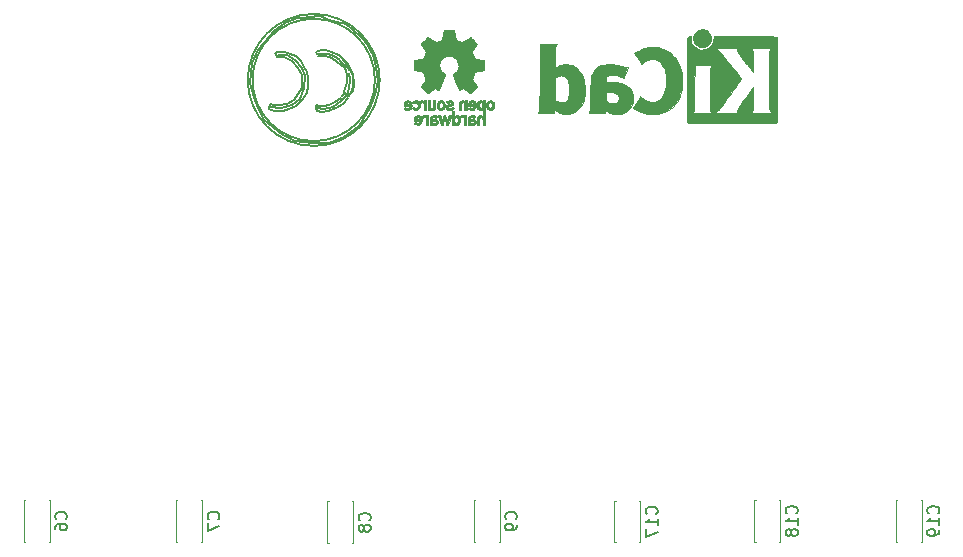
<source format=gbr>
G04 #@! TF.GenerationSoftware,KiCad,Pcbnew,5.0.2+dfsg1-1*
G04 #@! TF.CreationDate,2019-04-18T10:12:34+02:00*
G04 #@! TF.ProjectId,yaacwk,79616163-776b-42e6-9b69-6361645f7063,1.3*
G04 #@! TF.SameCoordinates,Original*
G04 #@! TF.FileFunction,Legend,Bot*
G04 #@! TF.FilePolarity,Positive*
%FSLAX46Y46*%
G04 Gerber Fmt 4.6, Leading zero omitted, Abs format (unit mm)*
G04 Created by KiCad (PCBNEW 5.0.2+dfsg1-1) date gio 18 apr 2019 10:12:34 CEST*
%MOMM*%
%LPD*%
G01*
G04 APERTURE LIST*
%ADD10C,0.120000*%
%ADD11C,0.010000*%
%ADD12C,0.150000*%
G04 APERTURE END LIST*
D10*
G04 #@! TO.C,C6*
X119760000Y-132460000D02*
X119760000Y-128940000D01*
X117540000Y-132460000D02*
X117540000Y-128940000D01*
X119760000Y-132460000D02*
X119646000Y-132460000D01*
X117654000Y-132460000D02*
X117540000Y-132460000D01*
X119760000Y-128940000D02*
X119646000Y-128940000D01*
X117654000Y-128940000D02*
X117540000Y-128940000D01*
G04 #@! TO.C,C7*
X130554000Y-128940000D02*
X130440000Y-128940000D01*
X132660000Y-128940000D02*
X132546000Y-128940000D01*
X130554000Y-132460000D02*
X130440000Y-132460000D01*
X132660000Y-132460000D02*
X132546000Y-132460000D01*
X130440000Y-132460000D02*
X130440000Y-128940000D01*
X132660000Y-132460000D02*
X132660000Y-128940000D01*
G04 #@! TO.C,C8*
X145460000Y-132560000D02*
X145460000Y-129040000D01*
X143240000Y-132560000D02*
X143240000Y-129040000D01*
X145460000Y-132560000D02*
X145346000Y-132560000D01*
X143354000Y-132560000D02*
X143240000Y-132560000D01*
X145460000Y-129040000D02*
X145346000Y-129040000D01*
X143354000Y-129040000D02*
X143240000Y-129040000D01*
G04 #@! TO.C,C9*
X157860000Y-132460000D02*
X157860000Y-128940000D01*
X155640000Y-132460000D02*
X155640000Y-128940000D01*
X157860000Y-132460000D02*
X157746000Y-132460000D01*
X155754000Y-132460000D02*
X155640000Y-132460000D01*
X157860000Y-128940000D02*
X157746000Y-128940000D01*
X155754000Y-128940000D02*
X155640000Y-128940000D01*
G04 #@! TO.C,C17*
X169760000Y-132510000D02*
X169760000Y-128990000D01*
X167540000Y-132510000D02*
X167540000Y-128990000D01*
X169760000Y-132510000D02*
X169646000Y-132510000D01*
X167654000Y-132510000D02*
X167540000Y-132510000D01*
X169760000Y-128990000D02*
X169646000Y-128990000D01*
X167654000Y-128990000D02*
X167540000Y-128990000D01*
G04 #@! TO.C,C18*
X179504000Y-128940000D02*
X179390000Y-128940000D01*
X181610000Y-128940000D02*
X181496000Y-128940000D01*
X179504000Y-132460000D02*
X179390000Y-132460000D01*
X181610000Y-132460000D02*
X181496000Y-132460000D01*
X179390000Y-132460000D02*
X179390000Y-128940000D01*
X181610000Y-132460000D02*
X181610000Y-128940000D01*
G04 #@! TO.C,C19*
X193610000Y-132460000D02*
X193610000Y-128940000D01*
X191390000Y-132460000D02*
X191390000Y-128940000D01*
X193610000Y-132460000D02*
X193496000Y-132460000D01*
X191504000Y-132460000D02*
X191390000Y-132460000D01*
X193610000Y-128940000D02*
X193496000Y-128940000D01*
X191504000Y-128940000D02*
X191390000Y-128940000D01*
D11*
G04 #@! TO.C,REF2*
G36*
X153049036Y-89548576D02*
X152973487Y-89949322D01*
X152415959Y-90179154D01*
X152081535Y-89951748D01*
X151987878Y-89888431D01*
X151903218Y-89831896D01*
X151831505Y-89784727D01*
X151776689Y-89749502D01*
X151742720Y-89728805D01*
X151733470Y-89724342D01*
X151716805Y-89735820D01*
X151681194Y-89767551D01*
X151630629Y-89815483D01*
X151569100Y-89875562D01*
X151500601Y-89943733D01*
X151429121Y-90015945D01*
X151358653Y-90088142D01*
X151293189Y-90156273D01*
X151236720Y-90216283D01*
X151193237Y-90264119D01*
X151166732Y-90295727D01*
X151160395Y-90306305D01*
X151169514Y-90325806D01*
X151195080Y-90368531D01*
X151234403Y-90430298D01*
X151284797Y-90506931D01*
X151343573Y-90594248D01*
X151377632Y-90644052D01*
X151439711Y-90734993D01*
X151494874Y-90817059D01*
X151540446Y-90886163D01*
X151573750Y-90938222D01*
X151592110Y-90969150D01*
X151594869Y-90975650D01*
X151588615Y-90994121D01*
X151571566Y-91037172D01*
X151546297Y-91098749D01*
X151515378Y-91172799D01*
X151481382Y-91253270D01*
X151446882Y-91334107D01*
X151414449Y-91409258D01*
X151386657Y-91472671D01*
X151366077Y-91518293D01*
X151355281Y-91540069D01*
X151354644Y-91540926D01*
X151337693Y-91545084D01*
X151292549Y-91554361D01*
X151223890Y-91567844D01*
X151136398Y-91584621D01*
X151034750Y-91603781D01*
X150975444Y-91614830D01*
X150866828Y-91635510D01*
X150768723Y-91655189D01*
X150686091Y-91672789D01*
X150623896Y-91687233D01*
X150587101Y-91697446D01*
X150579704Y-91700686D01*
X150572460Y-91722617D01*
X150566615Y-91772147D01*
X150562165Y-91843485D01*
X150559107Y-91930839D01*
X150557435Y-92028417D01*
X150557147Y-92130426D01*
X150558239Y-92231075D01*
X150560706Y-92324572D01*
X150564544Y-92405125D01*
X150569750Y-92466942D01*
X150576319Y-92504230D01*
X150580259Y-92511993D01*
X150603812Y-92521298D01*
X150653718Y-92534600D01*
X150723377Y-92550337D01*
X150806187Y-92566946D01*
X150835095Y-92572319D01*
X150974469Y-92597848D01*
X151084564Y-92618408D01*
X151169018Y-92634815D01*
X151231470Y-92647887D01*
X151275556Y-92658441D01*
X151304915Y-92667294D01*
X151323185Y-92675263D01*
X151334002Y-92683165D01*
X151335515Y-92684727D01*
X151350623Y-92709886D01*
X151373671Y-92758850D01*
X151402356Y-92825621D01*
X151434378Y-92904205D01*
X151467435Y-92988607D01*
X151499227Y-93072830D01*
X151527451Y-93150879D01*
X151549807Y-93216759D01*
X151563993Y-93264473D01*
X151567707Y-93288027D01*
X151567398Y-93288852D01*
X151554811Y-93308104D01*
X151526256Y-93350463D01*
X151484733Y-93411521D01*
X151433244Y-93486868D01*
X151374789Y-93572096D01*
X151358142Y-93596315D01*
X151298785Y-93684123D01*
X151246553Y-93764238D01*
X151204292Y-93832062D01*
X151174847Y-93882993D01*
X151161063Y-93912431D01*
X151160395Y-93916048D01*
X151171976Y-93935057D01*
X151203976Y-93972714D01*
X151252282Y-94024973D01*
X151312780Y-94087786D01*
X151381356Y-94157106D01*
X151453896Y-94228885D01*
X151526288Y-94299077D01*
X151594416Y-94363635D01*
X151654168Y-94418510D01*
X151701429Y-94459656D01*
X151732087Y-94483026D01*
X151740568Y-94486842D01*
X151760309Y-94477855D01*
X151800726Y-94453616D01*
X151855237Y-94418209D01*
X151897177Y-94389711D01*
X151973171Y-94337418D01*
X152063166Y-94275845D01*
X152153436Y-94214370D01*
X152201968Y-94181469D01*
X152366238Y-94070359D01*
X152504131Y-94144916D01*
X152566951Y-94177578D01*
X152620371Y-94202966D01*
X152656516Y-94217446D01*
X152665716Y-94219460D01*
X152676779Y-94204584D01*
X152698606Y-94162547D01*
X152729566Y-94097227D01*
X152768030Y-94012500D01*
X152812368Y-93912245D01*
X152860953Y-93800339D01*
X152912154Y-93680659D01*
X152964341Y-93557084D01*
X153015887Y-93433491D01*
X153065160Y-93313757D01*
X153110533Y-93201759D01*
X153150375Y-93101377D01*
X153183058Y-93016486D01*
X153206951Y-92950965D01*
X153220426Y-92908690D01*
X153222594Y-92894172D01*
X153205417Y-92875653D01*
X153167810Y-92845590D01*
X153117634Y-92810232D01*
X153113422Y-92807434D01*
X152983736Y-92703625D01*
X152879166Y-92582515D01*
X152800619Y-92447976D01*
X152749001Y-92303882D01*
X152725218Y-92154105D01*
X152730177Y-92002517D01*
X152764783Y-91852992D01*
X152829943Y-91709400D01*
X152849114Y-91677984D01*
X152948826Y-91551125D01*
X153066623Y-91449255D01*
X153198429Y-91372904D01*
X153340167Y-91322602D01*
X153487758Y-91298879D01*
X153637127Y-91302265D01*
X153784197Y-91333288D01*
X153924889Y-91392480D01*
X154055127Y-91480369D01*
X154095414Y-91516042D01*
X154197945Y-91627706D01*
X154272659Y-91745257D01*
X154323910Y-91877020D01*
X154352454Y-92007507D01*
X154359500Y-92154216D01*
X154336004Y-92301653D01*
X154284351Y-92444834D01*
X154206929Y-92578777D01*
X154106125Y-92698498D01*
X153984324Y-92799014D01*
X153968316Y-92809609D01*
X153917602Y-92844306D01*
X153879050Y-92874370D01*
X153860619Y-92893565D01*
X153860351Y-92894172D01*
X153864308Y-92914936D01*
X153879993Y-92962062D01*
X153905778Y-93031673D01*
X153940031Y-93119893D01*
X153981123Y-93222844D01*
X154027424Y-93336650D01*
X154077304Y-93457435D01*
X154129133Y-93581321D01*
X154181281Y-93704432D01*
X154232118Y-93822891D01*
X154280013Y-93932823D01*
X154323338Y-94030349D01*
X154360462Y-94111593D01*
X154389756Y-94172679D01*
X154409588Y-94209730D01*
X154417574Y-94219460D01*
X154441979Y-94211883D01*
X154487642Y-94191560D01*
X154546690Y-94162125D01*
X154579160Y-94144916D01*
X154717053Y-94070359D01*
X154881323Y-94181469D01*
X154965179Y-94238390D01*
X155056987Y-94301030D01*
X155143020Y-94360011D01*
X155186113Y-94389711D01*
X155246723Y-94430410D01*
X155298045Y-94462663D01*
X155333385Y-94482384D01*
X155344863Y-94486554D01*
X155361570Y-94475307D01*
X155398546Y-94443911D01*
X155452205Y-94395624D01*
X155518962Y-94333708D01*
X155595234Y-94261421D01*
X155643473Y-94215008D01*
X155727867Y-94132087D01*
X155800803Y-94057920D01*
X155859331Y-93995680D01*
X155900503Y-93948541D01*
X155921372Y-93919673D01*
X155923374Y-93913815D01*
X155914083Y-93891532D01*
X155888409Y-93846477D01*
X155849200Y-93783211D01*
X155799303Y-93706295D01*
X155741567Y-93620292D01*
X155725149Y-93596315D01*
X155665323Y-93509170D01*
X155611650Y-93430710D01*
X155567130Y-93365345D01*
X155534765Y-93317484D01*
X155517555Y-93291535D01*
X155515893Y-93288852D01*
X155518379Y-93268172D01*
X155531577Y-93222704D01*
X155553186Y-93158444D01*
X155580904Y-93081387D01*
X155612430Y-92997529D01*
X155645463Y-92912866D01*
X155677701Y-92833392D01*
X155706843Y-92765104D01*
X155730588Y-92713997D01*
X155746635Y-92686067D01*
X155747775Y-92684727D01*
X155757588Y-92676745D01*
X155774161Y-92668851D01*
X155801132Y-92660229D01*
X155842139Y-92650062D01*
X155900820Y-92637531D01*
X155980813Y-92621821D01*
X156085755Y-92602113D01*
X156219285Y-92577592D01*
X156248196Y-92572319D01*
X156333882Y-92555764D01*
X156408582Y-92539569D01*
X156465694Y-92525296D01*
X156498617Y-92514508D01*
X156503031Y-92511993D01*
X156510306Y-92489696D01*
X156516219Y-92439869D01*
X156520766Y-92368304D01*
X156523945Y-92280793D01*
X156525749Y-92183128D01*
X156526177Y-92081101D01*
X156525223Y-91980503D01*
X156522884Y-91887127D01*
X156519156Y-91806765D01*
X156514034Y-91745209D01*
X156507516Y-91708250D01*
X156503586Y-91700686D01*
X156481708Y-91693056D01*
X156431891Y-91680642D01*
X156359097Y-91664522D01*
X156268289Y-91645773D01*
X156164431Y-91625471D01*
X156107846Y-91614830D01*
X156000486Y-91594760D01*
X155904746Y-91576580D01*
X155825306Y-91561199D01*
X155766846Y-91549531D01*
X155734045Y-91542488D01*
X155728646Y-91540926D01*
X155719522Y-91523322D01*
X155700235Y-91480918D01*
X155673355Y-91419772D01*
X155641454Y-91345943D01*
X155607102Y-91265489D01*
X155572871Y-91184468D01*
X155541331Y-91108937D01*
X155515054Y-91044955D01*
X155496611Y-90998580D01*
X155488571Y-90975869D01*
X155488422Y-90974876D01*
X155497535Y-90956961D01*
X155523086Y-90915733D01*
X155562388Y-90855291D01*
X155612757Y-90779731D01*
X155671506Y-90693152D01*
X155705658Y-90643421D01*
X155767890Y-90552236D01*
X155823164Y-90469449D01*
X155868782Y-90399249D01*
X155902048Y-90345824D01*
X155920264Y-90313361D01*
X155922895Y-90306083D01*
X155911586Y-90289145D01*
X155880319Y-90252978D01*
X155833090Y-90201635D01*
X155773892Y-90139167D01*
X155706719Y-90069626D01*
X155635566Y-89997065D01*
X155564426Y-89925535D01*
X155497293Y-89859087D01*
X155438161Y-89801774D01*
X155391025Y-89757647D01*
X155359877Y-89730759D01*
X155349457Y-89724342D01*
X155332491Y-89733365D01*
X155291911Y-89758715D01*
X155231663Y-89797810D01*
X155155693Y-89848071D01*
X155067946Y-89906917D01*
X155001756Y-89951748D01*
X154667332Y-90179154D01*
X154388567Y-90064238D01*
X154109803Y-89949322D01*
X154034254Y-89548576D01*
X153958706Y-89147829D01*
X153124585Y-89147829D01*
X153049036Y-89548576D01*
X153049036Y-89548576D01*
G37*
X153049036Y-89548576D02*
X152973487Y-89949322D01*
X152415959Y-90179154D01*
X152081535Y-89951748D01*
X151987878Y-89888431D01*
X151903218Y-89831896D01*
X151831505Y-89784727D01*
X151776689Y-89749502D01*
X151742720Y-89728805D01*
X151733470Y-89724342D01*
X151716805Y-89735820D01*
X151681194Y-89767551D01*
X151630629Y-89815483D01*
X151569100Y-89875562D01*
X151500601Y-89943733D01*
X151429121Y-90015945D01*
X151358653Y-90088142D01*
X151293189Y-90156273D01*
X151236720Y-90216283D01*
X151193237Y-90264119D01*
X151166732Y-90295727D01*
X151160395Y-90306305D01*
X151169514Y-90325806D01*
X151195080Y-90368531D01*
X151234403Y-90430298D01*
X151284797Y-90506931D01*
X151343573Y-90594248D01*
X151377632Y-90644052D01*
X151439711Y-90734993D01*
X151494874Y-90817059D01*
X151540446Y-90886163D01*
X151573750Y-90938222D01*
X151592110Y-90969150D01*
X151594869Y-90975650D01*
X151588615Y-90994121D01*
X151571566Y-91037172D01*
X151546297Y-91098749D01*
X151515378Y-91172799D01*
X151481382Y-91253270D01*
X151446882Y-91334107D01*
X151414449Y-91409258D01*
X151386657Y-91472671D01*
X151366077Y-91518293D01*
X151355281Y-91540069D01*
X151354644Y-91540926D01*
X151337693Y-91545084D01*
X151292549Y-91554361D01*
X151223890Y-91567844D01*
X151136398Y-91584621D01*
X151034750Y-91603781D01*
X150975444Y-91614830D01*
X150866828Y-91635510D01*
X150768723Y-91655189D01*
X150686091Y-91672789D01*
X150623896Y-91687233D01*
X150587101Y-91697446D01*
X150579704Y-91700686D01*
X150572460Y-91722617D01*
X150566615Y-91772147D01*
X150562165Y-91843485D01*
X150559107Y-91930839D01*
X150557435Y-92028417D01*
X150557147Y-92130426D01*
X150558239Y-92231075D01*
X150560706Y-92324572D01*
X150564544Y-92405125D01*
X150569750Y-92466942D01*
X150576319Y-92504230D01*
X150580259Y-92511993D01*
X150603812Y-92521298D01*
X150653718Y-92534600D01*
X150723377Y-92550337D01*
X150806187Y-92566946D01*
X150835095Y-92572319D01*
X150974469Y-92597848D01*
X151084564Y-92618408D01*
X151169018Y-92634815D01*
X151231470Y-92647887D01*
X151275556Y-92658441D01*
X151304915Y-92667294D01*
X151323185Y-92675263D01*
X151334002Y-92683165D01*
X151335515Y-92684727D01*
X151350623Y-92709886D01*
X151373671Y-92758850D01*
X151402356Y-92825621D01*
X151434378Y-92904205D01*
X151467435Y-92988607D01*
X151499227Y-93072830D01*
X151527451Y-93150879D01*
X151549807Y-93216759D01*
X151563993Y-93264473D01*
X151567707Y-93288027D01*
X151567398Y-93288852D01*
X151554811Y-93308104D01*
X151526256Y-93350463D01*
X151484733Y-93411521D01*
X151433244Y-93486868D01*
X151374789Y-93572096D01*
X151358142Y-93596315D01*
X151298785Y-93684123D01*
X151246553Y-93764238D01*
X151204292Y-93832062D01*
X151174847Y-93882993D01*
X151161063Y-93912431D01*
X151160395Y-93916048D01*
X151171976Y-93935057D01*
X151203976Y-93972714D01*
X151252282Y-94024973D01*
X151312780Y-94087786D01*
X151381356Y-94157106D01*
X151453896Y-94228885D01*
X151526288Y-94299077D01*
X151594416Y-94363635D01*
X151654168Y-94418510D01*
X151701429Y-94459656D01*
X151732087Y-94483026D01*
X151740568Y-94486842D01*
X151760309Y-94477855D01*
X151800726Y-94453616D01*
X151855237Y-94418209D01*
X151897177Y-94389711D01*
X151973171Y-94337418D01*
X152063166Y-94275845D01*
X152153436Y-94214370D01*
X152201968Y-94181469D01*
X152366238Y-94070359D01*
X152504131Y-94144916D01*
X152566951Y-94177578D01*
X152620371Y-94202966D01*
X152656516Y-94217446D01*
X152665716Y-94219460D01*
X152676779Y-94204584D01*
X152698606Y-94162547D01*
X152729566Y-94097227D01*
X152768030Y-94012500D01*
X152812368Y-93912245D01*
X152860953Y-93800339D01*
X152912154Y-93680659D01*
X152964341Y-93557084D01*
X153015887Y-93433491D01*
X153065160Y-93313757D01*
X153110533Y-93201759D01*
X153150375Y-93101377D01*
X153183058Y-93016486D01*
X153206951Y-92950965D01*
X153220426Y-92908690D01*
X153222594Y-92894172D01*
X153205417Y-92875653D01*
X153167810Y-92845590D01*
X153117634Y-92810232D01*
X153113422Y-92807434D01*
X152983736Y-92703625D01*
X152879166Y-92582515D01*
X152800619Y-92447976D01*
X152749001Y-92303882D01*
X152725218Y-92154105D01*
X152730177Y-92002517D01*
X152764783Y-91852992D01*
X152829943Y-91709400D01*
X152849114Y-91677984D01*
X152948826Y-91551125D01*
X153066623Y-91449255D01*
X153198429Y-91372904D01*
X153340167Y-91322602D01*
X153487758Y-91298879D01*
X153637127Y-91302265D01*
X153784197Y-91333288D01*
X153924889Y-91392480D01*
X154055127Y-91480369D01*
X154095414Y-91516042D01*
X154197945Y-91627706D01*
X154272659Y-91745257D01*
X154323910Y-91877020D01*
X154352454Y-92007507D01*
X154359500Y-92154216D01*
X154336004Y-92301653D01*
X154284351Y-92444834D01*
X154206929Y-92578777D01*
X154106125Y-92698498D01*
X153984324Y-92799014D01*
X153968316Y-92809609D01*
X153917602Y-92844306D01*
X153879050Y-92874370D01*
X153860619Y-92893565D01*
X153860351Y-92894172D01*
X153864308Y-92914936D01*
X153879993Y-92962062D01*
X153905778Y-93031673D01*
X153940031Y-93119893D01*
X153981123Y-93222844D01*
X154027424Y-93336650D01*
X154077304Y-93457435D01*
X154129133Y-93581321D01*
X154181281Y-93704432D01*
X154232118Y-93822891D01*
X154280013Y-93932823D01*
X154323338Y-94030349D01*
X154360462Y-94111593D01*
X154389756Y-94172679D01*
X154409588Y-94209730D01*
X154417574Y-94219460D01*
X154441979Y-94211883D01*
X154487642Y-94191560D01*
X154546690Y-94162125D01*
X154579160Y-94144916D01*
X154717053Y-94070359D01*
X154881323Y-94181469D01*
X154965179Y-94238390D01*
X155056987Y-94301030D01*
X155143020Y-94360011D01*
X155186113Y-94389711D01*
X155246723Y-94430410D01*
X155298045Y-94462663D01*
X155333385Y-94482384D01*
X155344863Y-94486554D01*
X155361570Y-94475307D01*
X155398546Y-94443911D01*
X155452205Y-94395624D01*
X155518962Y-94333708D01*
X155595234Y-94261421D01*
X155643473Y-94215008D01*
X155727867Y-94132087D01*
X155800803Y-94057920D01*
X155859331Y-93995680D01*
X155900503Y-93948541D01*
X155921372Y-93919673D01*
X155923374Y-93913815D01*
X155914083Y-93891532D01*
X155888409Y-93846477D01*
X155849200Y-93783211D01*
X155799303Y-93706295D01*
X155741567Y-93620292D01*
X155725149Y-93596315D01*
X155665323Y-93509170D01*
X155611650Y-93430710D01*
X155567130Y-93365345D01*
X155534765Y-93317484D01*
X155517555Y-93291535D01*
X155515893Y-93288852D01*
X155518379Y-93268172D01*
X155531577Y-93222704D01*
X155553186Y-93158444D01*
X155580904Y-93081387D01*
X155612430Y-92997529D01*
X155645463Y-92912866D01*
X155677701Y-92833392D01*
X155706843Y-92765104D01*
X155730588Y-92713997D01*
X155746635Y-92686067D01*
X155747775Y-92684727D01*
X155757588Y-92676745D01*
X155774161Y-92668851D01*
X155801132Y-92660229D01*
X155842139Y-92650062D01*
X155900820Y-92637531D01*
X155980813Y-92621821D01*
X156085755Y-92602113D01*
X156219285Y-92577592D01*
X156248196Y-92572319D01*
X156333882Y-92555764D01*
X156408582Y-92539569D01*
X156465694Y-92525296D01*
X156498617Y-92514508D01*
X156503031Y-92511993D01*
X156510306Y-92489696D01*
X156516219Y-92439869D01*
X156520766Y-92368304D01*
X156523945Y-92280793D01*
X156525749Y-92183128D01*
X156526177Y-92081101D01*
X156525223Y-91980503D01*
X156522884Y-91887127D01*
X156519156Y-91806765D01*
X156514034Y-91745209D01*
X156507516Y-91708250D01*
X156503586Y-91700686D01*
X156481708Y-91693056D01*
X156431891Y-91680642D01*
X156359097Y-91664522D01*
X156268289Y-91645773D01*
X156164431Y-91625471D01*
X156107846Y-91614830D01*
X156000486Y-91594760D01*
X155904746Y-91576580D01*
X155825306Y-91561199D01*
X155766846Y-91549531D01*
X155734045Y-91542488D01*
X155728646Y-91540926D01*
X155719522Y-91523322D01*
X155700235Y-91480918D01*
X155673355Y-91419772D01*
X155641454Y-91345943D01*
X155607102Y-91265489D01*
X155572871Y-91184468D01*
X155541331Y-91108937D01*
X155515054Y-91044955D01*
X155496611Y-90998580D01*
X155488571Y-90975869D01*
X155488422Y-90974876D01*
X155497535Y-90956961D01*
X155523086Y-90915733D01*
X155562388Y-90855291D01*
X155612757Y-90779731D01*
X155671506Y-90693152D01*
X155705658Y-90643421D01*
X155767890Y-90552236D01*
X155823164Y-90469449D01*
X155868782Y-90399249D01*
X155902048Y-90345824D01*
X155920264Y-90313361D01*
X155922895Y-90306083D01*
X155911586Y-90289145D01*
X155880319Y-90252978D01*
X155833090Y-90201635D01*
X155773892Y-90139167D01*
X155706719Y-90069626D01*
X155635566Y-89997065D01*
X155564426Y-89925535D01*
X155497293Y-89859087D01*
X155438161Y-89801774D01*
X155391025Y-89757647D01*
X155359877Y-89730759D01*
X155349457Y-89724342D01*
X155332491Y-89733365D01*
X155291911Y-89758715D01*
X155231663Y-89797810D01*
X155155693Y-89848071D01*
X155067946Y-89906917D01*
X155001756Y-89951748D01*
X154667332Y-90179154D01*
X154388567Y-90064238D01*
X154109803Y-89949322D01*
X154034254Y-89548576D01*
X153958706Y-89147829D01*
X153124585Y-89147829D01*
X153049036Y-89548576D01*
G36*
X151158612Y-95087645D02*
X151101135Y-95105206D01*
X151064128Y-95127395D01*
X151052073Y-95144942D01*
X151055391Y-95165742D01*
X151076921Y-95198419D01*
X151095126Y-95221562D01*
X151132656Y-95263402D01*
X151160852Y-95281005D01*
X151184889Y-95279856D01*
X151256192Y-95261710D01*
X151308558Y-95262534D01*
X151351082Y-95283098D01*
X151365358Y-95295134D01*
X151411053Y-95337483D01*
X151411053Y-95890526D01*
X151594869Y-95890526D01*
X151594869Y-95088421D01*
X151502961Y-95088421D01*
X151447781Y-95090603D01*
X151419312Y-95098351D01*
X151411057Y-95113468D01*
X151411053Y-95113916D01*
X151407155Y-95129749D01*
X151389526Y-95127684D01*
X151365099Y-95116261D01*
X151314650Y-95095005D01*
X151273684Y-95082216D01*
X151220972Y-95078938D01*
X151158612Y-95087645D01*
X151158612Y-95087645D01*
G37*
X151158612Y-95087645D02*
X151101135Y-95105206D01*
X151064128Y-95127395D01*
X151052073Y-95144942D01*
X151055391Y-95165742D01*
X151076921Y-95198419D01*
X151095126Y-95221562D01*
X151132656Y-95263402D01*
X151160852Y-95281005D01*
X151184889Y-95279856D01*
X151256192Y-95261710D01*
X151308558Y-95262534D01*
X151351082Y-95283098D01*
X151365358Y-95295134D01*
X151411053Y-95337483D01*
X151411053Y-95890526D01*
X151594869Y-95890526D01*
X151594869Y-95088421D01*
X151502961Y-95088421D01*
X151447781Y-95090603D01*
X151419312Y-95098351D01*
X151411057Y-95113468D01*
X151411053Y-95113916D01*
X151407155Y-95129749D01*
X151389526Y-95127684D01*
X151365099Y-95116261D01*
X151314650Y-95095005D01*
X151273684Y-95082216D01*
X151220972Y-95078938D01*
X151158612Y-95087645D01*
G36*
X154552043Y-95102226D02*
X154510454Y-95122090D01*
X154470175Y-95150784D01*
X154439490Y-95183809D01*
X154417139Y-95225931D01*
X154401864Y-95281915D01*
X154392408Y-95356528D01*
X154387513Y-95454535D01*
X154385919Y-95580702D01*
X154385894Y-95593914D01*
X154385527Y-95890526D01*
X154569343Y-95890526D01*
X154569343Y-95617081D01*
X154569473Y-95515777D01*
X154570379Y-95442353D01*
X154572827Y-95391271D01*
X154577586Y-95356990D01*
X154585426Y-95333971D01*
X154597115Y-95316673D01*
X154613398Y-95299581D01*
X154670366Y-95262857D01*
X154732555Y-95256042D01*
X154791801Y-95279261D01*
X154812405Y-95296543D01*
X154827530Y-95312791D01*
X154838390Y-95330191D01*
X154845690Y-95354212D01*
X154850137Y-95390322D01*
X154852436Y-95443988D01*
X154853296Y-95520680D01*
X154853422Y-95614043D01*
X154853422Y-95890526D01*
X155037237Y-95890526D01*
X155037237Y-95088421D01*
X154945329Y-95088421D01*
X154890149Y-95090603D01*
X154861680Y-95098351D01*
X154853425Y-95113468D01*
X154853422Y-95113916D01*
X154849592Y-95128720D01*
X154832699Y-95127040D01*
X154799112Y-95110773D01*
X154722937Y-95086840D01*
X154635800Y-95084178D01*
X154552043Y-95102226D01*
X154552043Y-95102226D01*
G37*
X154552043Y-95102226D02*
X154510454Y-95122090D01*
X154470175Y-95150784D01*
X154439490Y-95183809D01*
X154417139Y-95225931D01*
X154401864Y-95281915D01*
X154392408Y-95356528D01*
X154387513Y-95454535D01*
X154385919Y-95580702D01*
X154385894Y-95593914D01*
X154385527Y-95890526D01*
X154569343Y-95890526D01*
X154569343Y-95617081D01*
X154569473Y-95515777D01*
X154570379Y-95442353D01*
X154572827Y-95391271D01*
X154577586Y-95356990D01*
X154585426Y-95333971D01*
X154597115Y-95316673D01*
X154613398Y-95299581D01*
X154670366Y-95262857D01*
X154732555Y-95256042D01*
X154791801Y-95279261D01*
X154812405Y-95296543D01*
X154827530Y-95312791D01*
X154838390Y-95330191D01*
X154845690Y-95354212D01*
X154850137Y-95390322D01*
X154852436Y-95443988D01*
X154853296Y-95520680D01*
X154853422Y-95614043D01*
X154853422Y-95890526D01*
X155037237Y-95890526D01*
X155037237Y-95088421D01*
X154945329Y-95088421D01*
X154890149Y-95090603D01*
X154861680Y-95098351D01*
X154853425Y-95113468D01*
X154853422Y-95113916D01*
X154849592Y-95128720D01*
X154832699Y-95127040D01*
X154799112Y-95110773D01*
X154722937Y-95086840D01*
X154635800Y-95084178D01*
X154552043Y-95102226D01*
G36*
X149991216Y-95085554D02*
X149948426Y-95095949D01*
X149866391Y-95134013D01*
X149796243Y-95192149D01*
X149747695Y-95261852D01*
X149741025Y-95277502D01*
X149731876Y-95318496D01*
X149725471Y-95379138D01*
X149723290Y-95440430D01*
X149723290Y-95556316D01*
X149965593Y-95556316D01*
X150065529Y-95556693D01*
X150135931Y-95558987D01*
X150180687Y-95564938D01*
X150203685Y-95576285D01*
X150208811Y-95594771D01*
X150199952Y-95622136D01*
X150184083Y-95654155D01*
X150139816Y-95707592D01*
X150078301Y-95734215D01*
X150003115Y-95733347D01*
X149917947Y-95704371D01*
X149844341Y-95668611D01*
X149783266Y-95716904D01*
X149722190Y-95765197D01*
X149779649Y-95818285D01*
X149856359Y-95868445D01*
X149950698Y-95898688D01*
X150052173Y-95907151D01*
X150150289Y-95891974D01*
X150166119Y-95886824D01*
X150252353Y-95841791D01*
X150316499Y-95774652D01*
X150359909Y-95683405D01*
X150383936Y-95566044D01*
X150384216Y-95563529D01*
X150386367Y-95435627D01*
X150377671Y-95389997D01*
X150207895Y-95389997D01*
X150192303Y-95397013D01*
X150149971Y-95402388D01*
X150087566Y-95405457D01*
X150048019Y-95405921D01*
X149974272Y-95405630D01*
X149928160Y-95403783D01*
X149903900Y-95398912D01*
X149895706Y-95389555D01*
X149897794Y-95374245D01*
X149899545Y-95368322D01*
X149929440Y-95312668D01*
X149976458Y-95267815D01*
X150017951Y-95248105D01*
X150073074Y-95249295D01*
X150128932Y-95273875D01*
X150175788Y-95314570D01*
X150203906Y-95364108D01*
X150207895Y-95389997D01*
X150377671Y-95389997D01*
X150364926Y-95323133D01*
X150322389Y-95228727D01*
X150261253Y-95155088D01*
X150184015Y-95104893D01*
X150093170Y-95080822D01*
X149991216Y-95085554D01*
X149991216Y-95085554D01*
G37*
X149991216Y-95085554D02*
X149948426Y-95095949D01*
X149866391Y-95134013D01*
X149796243Y-95192149D01*
X149747695Y-95261852D01*
X149741025Y-95277502D01*
X149731876Y-95318496D01*
X149725471Y-95379138D01*
X149723290Y-95440430D01*
X149723290Y-95556316D01*
X149965593Y-95556316D01*
X150065529Y-95556693D01*
X150135931Y-95558987D01*
X150180687Y-95564938D01*
X150203685Y-95576285D01*
X150208811Y-95594771D01*
X150199952Y-95622136D01*
X150184083Y-95654155D01*
X150139816Y-95707592D01*
X150078301Y-95734215D01*
X150003115Y-95733347D01*
X149917947Y-95704371D01*
X149844341Y-95668611D01*
X149783266Y-95716904D01*
X149722190Y-95765197D01*
X149779649Y-95818285D01*
X149856359Y-95868445D01*
X149950698Y-95898688D01*
X150052173Y-95907151D01*
X150150289Y-95891974D01*
X150166119Y-95886824D01*
X150252353Y-95841791D01*
X150316499Y-95774652D01*
X150359909Y-95683405D01*
X150383936Y-95566044D01*
X150384216Y-95563529D01*
X150386367Y-95435627D01*
X150377671Y-95389997D01*
X150207895Y-95389997D01*
X150192303Y-95397013D01*
X150149971Y-95402388D01*
X150087566Y-95405457D01*
X150048019Y-95405921D01*
X149974272Y-95405630D01*
X149928160Y-95403783D01*
X149903900Y-95398912D01*
X149895706Y-95389555D01*
X149897794Y-95374245D01*
X149899545Y-95368322D01*
X149929440Y-95312668D01*
X149976458Y-95267815D01*
X150017951Y-95248105D01*
X150073074Y-95249295D01*
X150128932Y-95273875D01*
X150175788Y-95314570D01*
X150203906Y-95364108D01*
X150207895Y-95389997D01*
X150377671Y-95389997D01*
X150364926Y-95323133D01*
X150322389Y-95228727D01*
X150261253Y-95155088D01*
X150184015Y-95104893D01*
X150093170Y-95080822D01*
X149991216Y-95085554D01*
G36*
X150603424Y-95095419D02*
X150506605Y-95136549D01*
X150476110Y-95156571D01*
X150437135Y-95187340D01*
X150412669Y-95211533D01*
X150408422Y-95219413D01*
X150420416Y-95236899D01*
X150451113Y-95266570D01*
X150475688Y-95287279D01*
X150542954Y-95341336D01*
X150596070Y-95296642D01*
X150637116Y-95267789D01*
X150677137Y-95257829D01*
X150722941Y-95260261D01*
X150795676Y-95278345D01*
X150845744Y-95315881D01*
X150876171Y-95376562D01*
X150889983Y-95464081D01*
X150889987Y-95464136D01*
X150888792Y-95561958D01*
X150870228Y-95633730D01*
X150833196Y-95682595D01*
X150807950Y-95699143D01*
X150740903Y-95719749D01*
X150669291Y-95719762D01*
X150606985Y-95699768D01*
X150592237Y-95690000D01*
X150555250Y-95665047D01*
X150526332Y-95660958D01*
X150495144Y-95679530D01*
X150460664Y-95712887D01*
X150406088Y-95769196D01*
X150466682Y-95819142D01*
X150560302Y-95875513D01*
X150665875Y-95903293D01*
X150776202Y-95901282D01*
X150848657Y-95882862D01*
X150933344Y-95837310D01*
X151001073Y-95765650D01*
X151031843Y-95715066D01*
X151056764Y-95642488D01*
X151069234Y-95550569D01*
X151069330Y-95450948D01*
X151057130Y-95355267D01*
X151032710Y-95275169D01*
X151028864Y-95266956D01*
X150971907Y-95186413D01*
X150894791Y-95127771D01*
X150803610Y-95092247D01*
X150704457Y-95081057D01*
X150603424Y-95095419D01*
X150603424Y-95095419D01*
G37*
X150603424Y-95095419D02*
X150506605Y-95136549D01*
X150476110Y-95156571D01*
X150437135Y-95187340D01*
X150412669Y-95211533D01*
X150408422Y-95219413D01*
X150420416Y-95236899D01*
X150451113Y-95266570D01*
X150475688Y-95287279D01*
X150542954Y-95341336D01*
X150596070Y-95296642D01*
X150637116Y-95267789D01*
X150677137Y-95257829D01*
X150722941Y-95260261D01*
X150795676Y-95278345D01*
X150845744Y-95315881D01*
X150876171Y-95376562D01*
X150889983Y-95464081D01*
X150889987Y-95464136D01*
X150888792Y-95561958D01*
X150870228Y-95633730D01*
X150833196Y-95682595D01*
X150807950Y-95699143D01*
X150740903Y-95719749D01*
X150669291Y-95719762D01*
X150606985Y-95699768D01*
X150592237Y-95690000D01*
X150555250Y-95665047D01*
X150526332Y-95660958D01*
X150495144Y-95679530D01*
X150460664Y-95712887D01*
X150406088Y-95769196D01*
X150466682Y-95819142D01*
X150560302Y-95875513D01*
X150665875Y-95903293D01*
X150776202Y-95901282D01*
X150848657Y-95882862D01*
X150933344Y-95837310D01*
X151001073Y-95765650D01*
X151031843Y-95715066D01*
X151056764Y-95642488D01*
X151069234Y-95550569D01*
X151069330Y-95450948D01*
X151057130Y-95355267D01*
X151032710Y-95275169D01*
X151028864Y-95266956D01*
X150971907Y-95186413D01*
X150894791Y-95127771D01*
X150803610Y-95092247D01*
X150704457Y-95081057D01*
X150603424Y-95095419D01*
G36*
X152229869Y-95348533D02*
X152228290Y-95471089D01*
X152222519Y-95564179D01*
X152211009Y-95631651D01*
X152192210Y-95677355D01*
X152164574Y-95705139D01*
X152126552Y-95718854D01*
X152079474Y-95722358D01*
X152030168Y-95718432D01*
X151992717Y-95704089D01*
X151965572Y-95675478D01*
X151947185Y-95628751D01*
X151936007Y-95560058D01*
X151930489Y-95465550D01*
X151929079Y-95348533D01*
X151929079Y-95088421D01*
X151745264Y-95088421D01*
X151745264Y-95890526D01*
X151837172Y-95890526D01*
X151892578Y-95888281D01*
X151921109Y-95880396D01*
X151929079Y-95865428D01*
X151933880Y-95852097D01*
X151952986Y-95854917D01*
X151991496Y-95873783D01*
X152079761Y-95902887D01*
X152173377Y-95900825D01*
X152263079Y-95869221D01*
X152305796Y-95844257D01*
X152338379Y-95817226D01*
X152362183Y-95783405D01*
X152378561Y-95738068D01*
X152388869Y-95676489D01*
X152394459Y-95593943D01*
X152396688Y-95485705D01*
X152396974Y-95402004D01*
X152396974Y-95088421D01*
X152229869Y-95088421D01*
X152229869Y-95348533D01*
X152229869Y-95348533D01*
G37*
X152229869Y-95348533D02*
X152228290Y-95471089D01*
X152222519Y-95564179D01*
X152211009Y-95631651D01*
X152192210Y-95677355D01*
X152164574Y-95705139D01*
X152126552Y-95718854D01*
X152079474Y-95722358D01*
X152030168Y-95718432D01*
X151992717Y-95704089D01*
X151965572Y-95675478D01*
X151947185Y-95628751D01*
X151936007Y-95560058D01*
X151930489Y-95465550D01*
X151929079Y-95348533D01*
X151929079Y-95088421D01*
X151745264Y-95088421D01*
X151745264Y-95890526D01*
X151837172Y-95890526D01*
X151892578Y-95888281D01*
X151921109Y-95880396D01*
X151929079Y-95865428D01*
X151933880Y-95852097D01*
X151952986Y-95854917D01*
X151991496Y-95873783D01*
X152079761Y-95902887D01*
X152173377Y-95900825D01*
X152263079Y-95869221D01*
X152305796Y-95844257D01*
X152338379Y-95817226D01*
X152362183Y-95783405D01*
X152378561Y-95738068D01*
X152388869Y-95676489D01*
X152394459Y-95593943D01*
X152396688Y-95485705D01*
X152396974Y-95402004D01*
X152396974Y-95088421D01*
X152229869Y-95088421D01*
X152229869Y-95348533D01*
G36*
X152738331Y-95098310D02*
X152653808Y-95144340D01*
X152587679Y-95217006D01*
X152556522Y-95276106D01*
X152543145Y-95328305D01*
X152534478Y-95402719D01*
X152530763Y-95488442D01*
X152532246Y-95574569D01*
X152539169Y-95650193D01*
X152547255Y-95690584D01*
X152574535Y-95745840D01*
X152621780Y-95804530D01*
X152678718Y-95855852D01*
X152735076Y-95889005D01*
X152736450Y-95889531D01*
X152806384Y-95904018D01*
X152889263Y-95904377D01*
X152968023Y-95891188D01*
X152998434Y-95880617D01*
X153076761Y-95836201D01*
X153132857Y-95778007D01*
X153169714Y-95700965D01*
X153190320Y-95600001D01*
X153194982Y-95547116D01*
X153194387Y-95480663D01*
X153015264Y-95480663D01*
X153009230Y-95577630D01*
X152991862Y-95651523D01*
X152964260Y-95698736D01*
X152944596Y-95712237D01*
X152894213Y-95721651D01*
X152834327Y-95718864D01*
X152782551Y-95705316D01*
X152768973Y-95697862D01*
X152733151Y-95654451D01*
X152709507Y-95588014D01*
X152699442Y-95507161D01*
X152704358Y-95420502D01*
X152715345Y-95368349D01*
X152746891Y-95307951D01*
X152796689Y-95270197D01*
X152856663Y-95257143D01*
X152918736Y-95270849D01*
X152966418Y-95304372D01*
X152991475Y-95332031D01*
X153006100Y-95359294D01*
X153013071Y-95396190D01*
X153015167Y-95452750D01*
X153015264Y-95480663D01*
X153194387Y-95480663D01*
X153193718Y-95405994D01*
X153170735Y-95290271D01*
X153126028Y-95199941D01*
X153059595Y-95135000D01*
X152971435Y-95095445D01*
X152952505Y-95090858D01*
X152838734Y-95080090D01*
X152738331Y-95098310D01*
X152738331Y-95098310D01*
G37*
X152738331Y-95098310D02*
X152653808Y-95144340D01*
X152587679Y-95217006D01*
X152556522Y-95276106D01*
X152543145Y-95328305D01*
X152534478Y-95402719D01*
X152530763Y-95488442D01*
X152532246Y-95574569D01*
X152539169Y-95650193D01*
X152547255Y-95690584D01*
X152574535Y-95745840D01*
X152621780Y-95804530D01*
X152678718Y-95855852D01*
X152735076Y-95889005D01*
X152736450Y-95889531D01*
X152806384Y-95904018D01*
X152889263Y-95904377D01*
X152968023Y-95891188D01*
X152998434Y-95880617D01*
X153076761Y-95836201D01*
X153132857Y-95778007D01*
X153169714Y-95700965D01*
X153190320Y-95600001D01*
X153194982Y-95547116D01*
X153194387Y-95480663D01*
X153015264Y-95480663D01*
X153009230Y-95577630D01*
X152991862Y-95651523D01*
X152964260Y-95698736D01*
X152944596Y-95712237D01*
X152894213Y-95721651D01*
X152834327Y-95718864D01*
X152782551Y-95705316D01*
X152768973Y-95697862D01*
X152733151Y-95654451D01*
X152709507Y-95588014D01*
X152699442Y-95507161D01*
X152704358Y-95420502D01*
X152715345Y-95368349D01*
X152746891Y-95307951D01*
X152796689Y-95270197D01*
X152856663Y-95257143D01*
X152918736Y-95270849D01*
X152966418Y-95304372D01*
X152991475Y-95332031D01*
X153006100Y-95359294D01*
X153013071Y-95396190D01*
X153015167Y-95452750D01*
X153015264Y-95480663D01*
X153194387Y-95480663D01*
X153193718Y-95405994D01*
X153170735Y-95290271D01*
X153126028Y-95199941D01*
X153059595Y-95135000D01*
X152971435Y-95095445D01*
X152952505Y-95090858D01*
X152838734Y-95080090D01*
X152738331Y-95098310D01*
G36*
X153531372Y-95085547D02*
X153468092Y-95097548D01*
X153402443Y-95122648D01*
X153395428Y-95125848D01*
X153345644Y-95152026D01*
X153311166Y-95176353D01*
X153300022Y-95191937D01*
X153310634Y-95217353D01*
X153336412Y-95254853D01*
X153347854Y-95268852D01*
X153395008Y-95323954D01*
X153455799Y-95288086D01*
X153513653Y-95264192D01*
X153580500Y-95251420D01*
X153644606Y-95250613D01*
X153694236Y-95262615D01*
X153706146Y-95270105D01*
X153728828Y-95304450D01*
X153731584Y-95344013D01*
X153714612Y-95374920D01*
X153704573Y-95380913D01*
X153674490Y-95388357D01*
X153621611Y-95397106D01*
X153556425Y-95405467D01*
X153544400Y-95406778D01*
X153439703Y-95424888D01*
X153363768Y-95455651D01*
X153313408Y-95501907D01*
X153285436Y-95566497D01*
X153276722Y-95645387D01*
X153288760Y-95735065D01*
X153327849Y-95805486D01*
X153394145Y-95856777D01*
X153487806Y-95889067D01*
X153591777Y-95901807D01*
X153676562Y-95901654D01*
X153745335Y-95890083D01*
X153792303Y-95874109D01*
X153851650Y-95846275D01*
X153906494Y-95813973D01*
X153925987Y-95799755D01*
X153976119Y-95758835D01*
X153855197Y-95636477D01*
X153786457Y-95681967D01*
X153717512Y-95716133D01*
X153643889Y-95734004D01*
X153573117Y-95735889D01*
X153512726Y-95722101D01*
X153470243Y-95692949D01*
X153456526Y-95668352D01*
X153458583Y-95628904D01*
X153492670Y-95598737D01*
X153558692Y-95577906D01*
X153631026Y-95568279D01*
X153742348Y-95549910D01*
X153825048Y-95515254D01*
X153880235Y-95463297D01*
X153909012Y-95393023D01*
X153912999Y-95309707D01*
X153893307Y-95222681D01*
X153848411Y-95156902D01*
X153777909Y-95112068D01*
X153681399Y-95087879D01*
X153609900Y-95083137D01*
X153531372Y-95085547D01*
X153531372Y-95085547D01*
G37*
X153531372Y-95085547D02*
X153468092Y-95097548D01*
X153402443Y-95122648D01*
X153395428Y-95125848D01*
X153345644Y-95152026D01*
X153311166Y-95176353D01*
X153300022Y-95191937D01*
X153310634Y-95217353D01*
X153336412Y-95254853D01*
X153347854Y-95268852D01*
X153395008Y-95323954D01*
X153455799Y-95288086D01*
X153513653Y-95264192D01*
X153580500Y-95251420D01*
X153644606Y-95250613D01*
X153694236Y-95262615D01*
X153706146Y-95270105D01*
X153728828Y-95304450D01*
X153731584Y-95344013D01*
X153714612Y-95374920D01*
X153704573Y-95380913D01*
X153674490Y-95388357D01*
X153621611Y-95397106D01*
X153556425Y-95405467D01*
X153544400Y-95406778D01*
X153439703Y-95424888D01*
X153363768Y-95455651D01*
X153313408Y-95501907D01*
X153285436Y-95566497D01*
X153276722Y-95645387D01*
X153288760Y-95735065D01*
X153327849Y-95805486D01*
X153394145Y-95856777D01*
X153487806Y-95889067D01*
X153591777Y-95901807D01*
X153676562Y-95901654D01*
X153745335Y-95890083D01*
X153792303Y-95874109D01*
X153851650Y-95846275D01*
X153906494Y-95813973D01*
X153925987Y-95799755D01*
X153976119Y-95758835D01*
X153855197Y-95636477D01*
X153786457Y-95681967D01*
X153717512Y-95716133D01*
X153643889Y-95734004D01*
X153573117Y-95735889D01*
X153512726Y-95722101D01*
X153470243Y-95692949D01*
X153456526Y-95668352D01*
X153458583Y-95628904D01*
X153492670Y-95598737D01*
X153558692Y-95577906D01*
X153631026Y-95568279D01*
X153742348Y-95549910D01*
X153825048Y-95515254D01*
X153880235Y-95463297D01*
X153909012Y-95393023D01*
X153912999Y-95309707D01*
X153893307Y-95222681D01*
X153848411Y-95156902D01*
X153777909Y-95112068D01*
X153681399Y-95087879D01*
X153609900Y-95083137D01*
X153531372Y-95085547D01*
G36*
X155352982Y-95107027D02*
X155336330Y-95114866D01*
X155278695Y-95157086D01*
X155224195Y-95218700D01*
X155183501Y-95286543D01*
X155171926Y-95317734D01*
X155161366Y-95373449D01*
X155155069Y-95440781D01*
X155154304Y-95468585D01*
X155154211Y-95556316D01*
X155659150Y-95556316D01*
X155648387Y-95602270D01*
X155621967Y-95656620D01*
X155575778Y-95703591D01*
X155520828Y-95733848D01*
X155485811Y-95740131D01*
X155438323Y-95732506D01*
X155381665Y-95713383D01*
X155362418Y-95704584D01*
X155291241Y-95669036D01*
X155230498Y-95715367D01*
X155195448Y-95746703D01*
X155176798Y-95772567D01*
X155175853Y-95780158D01*
X155192515Y-95798556D01*
X155229030Y-95826515D01*
X155262172Y-95848327D01*
X155351607Y-95887537D01*
X155451871Y-95905285D01*
X155551246Y-95900670D01*
X155630461Y-95876551D01*
X155712120Y-95824884D01*
X155770151Y-95756856D01*
X155806454Y-95668843D01*
X155822928Y-95557216D01*
X155824389Y-95506138D01*
X155818543Y-95389091D01*
X155817825Y-95385686D01*
X155650511Y-95385686D01*
X155645903Y-95396662D01*
X155626964Y-95402715D01*
X155587902Y-95405310D01*
X155522923Y-95405910D01*
X155497903Y-95405921D01*
X155421779Y-95405014D01*
X155373504Y-95401720D01*
X155347540Y-95395181D01*
X155338352Y-95384537D01*
X155338027Y-95381119D01*
X155348513Y-95353956D01*
X155374758Y-95315903D01*
X155386041Y-95302579D01*
X155427928Y-95264896D01*
X155471591Y-95250080D01*
X155495115Y-95248842D01*
X155558757Y-95264329D01*
X155612127Y-95305930D01*
X155645981Y-95366353D01*
X155646581Y-95368322D01*
X155650511Y-95385686D01*
X155817825Y-95385686D01*
X155799101Y-95296928D01*
X155764078Y-95223190D01*
X155721244Y-95170848D01*
X155642052Y-95114092D01*
X155548960Y-95083762D01*
X155449945Y-95081021D01*
X155352982Y-95107027D01*
X155352982Y-95107027D01*
G37*
X155352982Y-95107027D02*
X155336330Y-95114866D01*
X155278695Y-95157086D01*
X155224195Y-95218700D01*
X155183501Y-95286543D01*
X155171926Y-95317734D01*
X155161366Y-95373449D01*
X155155069Y-95440781D01*
X155154304Y-95468585D01*
X155154211Y-95556316D01*
X155659150Y-95556316D01*
X155648387Y-95602270D01*
X155621967Y-95656620D01*
X155575778Y-95703591D01*
X155520828Y-95733848D01*
X155485811Y-95740131D01*
X155438323Y-95732506D01*
X155381665Y-95713383D01*
X155362418Y-95704584D01*
X155291241Y-95669036D01*
X155230498Y-95715367D01*
X155195448Y-95746703D01*
X155176798Y-95772567D01*
X155175853Y-95780158D01*
X155192515Y-95798556D01*
X155229030Y-95826515D01*
X155262172Y-95848327D01*
X155351607Y-95887537D01*
X155451871Y-95905285D01*
X155551246Y-95900670D01*
X155630461Y-95876551D01*
X155712120Y-95824884D01*
X155770151Y-95756856D01*
X155806454Y-95668843D01*
X155822928Y-95557216D01*
X155824389Y-95506138D01*
X155818543Y-95389091D01*
X155817825Y-95385686D01*
X155650511Y-95385686D01*
X155645903Y-95396662D01*
X155626964Y-95402715D01*
X155587902Y-95405310D01*
X155522923Y-95405910D01*
X155497903Y-95405921D01*
X155421779Y-95405014D01*
X155373504Y-95401720D01*
X155347540Y-95395181D01*
X155338352Y-95384537D01*
X155338027Y-95381119D01*
X155348513Y-95353956D01*
X155374758Y-95315903D01*
X155386041Y-95302579D01*
X155427928Y-95264896D01*
X155471591Y-95250080D01*
X155495115Y-95248842D01*
X155558757Y-95264329D01*
X155612127Y-95305930D01*
X155645981Y-95366353D01*
X155646581Y-95368322D01*
X155650511Y-95385686D01*
X155817825Y-95385686D01*
X155799101Y-95296928D01*
X155764078Y-95223190D01*
X155721244Y-95170848D01*
X155642052Y-95114092D01*
X155548960Y-95083762D01*
X155449945Y-95081021D01*
X155352982Y-95107027D01*
G36*
X156923216Y-95097104D02*
X156835795Y-95135754D01*
X156769430Y-95200290D01*
X156724024Y-95290812D01*
X156699482Y-95407418D01*
X156697723Y-95425624D01*
X156696344Y-95553984D01*
X156714216Y-95666496D01*
X156750250Y-95757688D01*
X156769545Y-95787022D01*
X156836755Y-95849106D01*
X156922350Y-95889316D01*
X157018110Y-95906003D01*
X157115813Y-95897517D01*
X157190083Y-95871380D01*
X157253953Y-95827335D01*
X157306154Y-95769587D01*
X157307057Y-95768236D01*
X157328256Y-95732593D01*
X157342033Y-95696752D01*
X157350376Y-95651519D01*
X157355273Y-95587701D01*
X157357431Y-95535368D01*
X157358329Y-95487910D01*
X157191257Y-95487910D01*
X157189624Y-95535154D01*
X157183696Y-95598046D01*
X157173239Y-95638407D01*
X157154381Y-95667122D01*
X157136719Y-95683896D01*
X157074106Y-95719016D01*
X157008592Y-95723710D01*
X156947579Y-95698440D01*
X156917072Y-95670124D01*
X156895089Y-95641589D01*
X156882231Y-95614284D01*
X156876588Y-95578750D01*
X156876249Y-95525524D01*
X156877988Y-95476506D01*
X156881729Y-95406482D01*
X156887659Y-95361064D01*
X156898347Y-95331440D01*
X156916361Y-95308797D01*
X156930637Y-95295855D01*
X156990349Y-95261860D01*
X157054766Y-95260165D01*
X157108781Y-95280301D01*
X157154860Y-95322352D01*
X157182311Y-95391428D01*
X157191257Y-95487910D01*
X157358329Y-95487910D01*
X157359401Y-95431299D01*
X157356036Y-95353468D01*
X157345955Y-95294930D01*
X157327774Y-95248737D01*
X157300110Y-95207942D01*
X157289854Y-95195828D01*
X157225722Y-95135474D01*
X157156934Y-95100220D01*
X157072811Y-95085450D01*
X157031791Y-95084243D01*
X156923216Y-95097104D01*
X156923216Y-95097104D01*
G37*
X156923216Y-95097104D02*
X156835795Y-95135754D01*
X156769430Y-95200290D01*
X156724024Y-95290812D01*
X156699482Y-95407418D01*
X156697723Y-95425624D01*
X156696344Y-95553984D01*
X156714216Y-95666496D01*
X156750250Y-95757688D01*
X156769545Y-95787022D01*
X156836755Y-95849106D01*
X156922350Y-95889316D01*
X157018110Y-95906003D01*
X157115813Y-95897517D01*
X157190083Y-95871380D01*
X157253953Y-95827335D01*
X157306154Y-95769587D01*
X157307057Y-95768236D01*
X157328256Y-95732593D01*
X157342033Y-95696752D01*
X157350376Y-95651519D01*
X157355273Y-95587701D01*
X157357431Y-95535368D01*
X157358329Y-95487910D01*
X157191257Y-95487910D01*
X157189624Y-95535154D01*
X157183696Y-95598046D01*
X157173239Y-95638407D01*
X157154381Y-95667122D01*
X157136719Y-95683896D01*
X157074106Y-95719016D01*
X157008592Y-95723710D01*
X156947579Y-95698440D01*
X156917072Y-95670124D01*
X156895089Y-95641589D01*
X156882231Y-95614284D01*
X156876588Y-95578750D01*
X156876249Y-95525524D01*
X156877988Y-95476506D01*
X156881729Y-95406482D01*
X156887659Y-95361064D01*
X156898347Y-95331440D01*
X156916361Y-95308797D01*
X156930637Y-95295855D01*
X156990349Y-95261860D01*
X157054766Y-95260165D01*
X157108781Y-95280301D01*
X157154860Y-95322352D01*
X157182311Y-95391428D01*
X157191257Y-95487910D01*
X157358329Y-95487910D01*
X157359401Y-95431299D01*
X157356036Y-95353468D01*
X157345955Y-95294930D01*
X157327774Y-95248737D01*
X157300110Y-95207942D01*
X157289854Y-95195828D01*
X157225722Y-95135474D01*
X157156934Y-95100220D01*
X157072811Y-95085450D01*
X157031791Y-95084243D01*
X156923216Y-95097104D01*
G36*
X150848807Y-96346078D02*
X150768932Y-96366845D01*
X150702038Y-96409705D01*
X150669649Y-96441723D01*
X150616555Y-96517413D01*
X150586127Y-96605216D01*
X150575673Y-96713150D01*
X150575620Y-96721875D01*
X150575527Y-96809605D01*
X151080466Y-96809605D01*
X151069702Y-96855559D01*
X151050268Y-96897178D01*
X151016255Y-96940544D01*
X151009140Y-96947467D01*
X150947997Y-96984935D01*
X150878271Y-96991289D01*
X150798013Y-96966638D01*
X150784408Y-96960000D01*
X150742681Y-96939819D01*
X150714732Y-96928321D01*
X150709855Y-96927258D01*
X150692832Y-96937583D01*
X150660367Y-96962845D01*
X150643886Y-96976650D01*
X150609736Y-97008361D01*
X150598522Y-97029299D01*
X150606305Y-97048560D01*
X150610465Y-97053827D01*
X150638643Y-97076878D01*
X150685138Y-97104892D01*
X150717566Y-97121246D01*
X150809615Y-97150059D01*
X150911524Y-97159395D01*
X151008037Y-97148332D01*
X151035066Y-97140412D01*
X151118724Y-97095581D01*
X151180734Y-97026598D01*
X151221455Y-96932794D01*
X151241245Y-96813498D01*
X151243418Y-96751118D01*
X151237074Y-96660298D01*
X151076843Y-96660298D01*
X151061345Y-96667012D01*
X151019688Y-96672280D01*
X150959124Y-96675389D01*
X150918093Y-96675921D01*
X150844289Y-96675408D01*
X150797707Y-96673006D01*
X150772152Y-96667422D01*
X150761431Y-96657361D01*
X150759343Y-96642763D01*
X150773669Y-96597796D01*
X150809738Y-96553353D01*
X150857185Y-96519242D01*
X150904651Y-96505288D01*
X150969121Y-96517666D01*
X151024930Y-96553452D01*
X151063626Y-96605033D01*
X151076843Y-96660298D01*
X151237074Y-96660298D01*
X151234179Y-96618866D01*
X151205664Y-96513498D01*
X151157271Y-96434178D01*
X151088396Y-96380071D01*
X150998435Y-96350343D01*
X150949700Y-96344618D01*
X150848807Y-96346078D01*
X150848807Y-96346078D01*
G37*
X150848807Y-96346078D02*
X150768932Y-96366845D01*
X150702038Y-96409705D01*
X150669649Y-96441723D01*
X150616555Y-96517413D01*
X150586127Y-96605216D01*
X150575673Y-96713150D01*
X150575620Y-96721875D01*
X150575527Y-96809605D01*
X151080466Y-96809605D01*
X151069702Y-96855559D01*
X151050268Y-96897178D01*
X151016255Y-96940544D01*
X151009140Y-96947467D01*
X150947997Y-96984935D01*
X150878271Y-96991289D01*
X150798013Y-96966638D01*
X150784408Y-96960000D01*
X150742681Y-96939819D01*
X150714732Y-96928321D01*
X150709855Y-96927258D01*
X150692832Y-96937583D01*
X150660367Y-96962845D01*
X150643886Y-96976650D01*
X150609736Y-97008361D01*
X150598522Y-97029299D01*
X150606305Y-97048560D01*
X150610465Y-97053827D01*
X150638643Y-97076878D01*
X150685138Y-97104892D01*
X150717566Y-97121246D01*
X150809615Y-97150059D01*
X150911524Y-97159395D01*
X151008037Y-97148332D01*
X151035066Y-97140412D01*
X151118724Y-97095581D01*
X151180734Y-97026598D01*
X151221455Y-96932794D01*
X151241245Y-96813498D01*
X151243418Y-96751118D01*
X151237074Y-96660298D01*
X151076843Y-96660298D01*
X151061345Y-96667012D01*
X151019688Y-96672280D01*
X150959124Y-96675389D01*
X150918093Y-96675921D01*
X150844289Y-96675408D01*
X150797707Y-96673006D01*
X150772152Y-96667422D01*
X150761431Y-96657361D01*
X150759343Y-96642763D01*
X150773669Y-96597796D01*
X150809738Y-96553353D01*
X150857185Y-96519242D01*
X150904651Y-96505288D01*
X150969121Y-96517666D01*
X151024930Y-96553452D01*
X151063626Y-96605033D01*
X151076843Y-96660298D01*
X151237074Y-96660298D01*
X151234179Y-96618866D01*
X151205664Y-96513498D01*
X151157271Y-96434178D01*
X151088396Y-96380071D01*
X150998435Y-96350343D01*
X150949700Y-96344618D01*
X150848807Y-96346078D01*
G36*
X151376833Y-96341447D02*
X151312592Y-96354112D01*
X151276020Y-96372864D01*
X151237547Y-96404017D01*
X151292283Y-96473127D01*
X151326031Y-96514979D01*
X151348947Y-96535398D01*
X151371721Y-96538517D01*
X151405044Y-96528472D01*
X151420686Y-96522789D01*
X151484458Y-96514404D01*
X151542860Y-96532378D01*
X151585736Y-96572982D01*
X151592701Y-96585929D01*
X151600287Y-96620224D01*
X151606141Y-96683427D01*
X151609989Y-96771060D01*
X151611557Y-96878640D01*
X151611579Y-96893944D01*
X151611579Y-97160526D01*
X151795395Y-97160526D01*
X151795395Y-96341710D01*
X151703487Y-96341710D01*
X151650493Y-96343094D01*
X151622885Y-96349252D01*
X151612676Y-96363194D01*
X151611579Y-96376344D01*
X151611579Y-96410978D01*
X151567550Y-96376344D01*
X151517063Y-96352716D01*
X151449240Y-96341033D01*
X151376833Y-96341447D01*
X151376833Y-96341447D01*
G37*
X151376833Y-96341447D02*
X151312592Y-96354112D01*
X151276020Y-96372864D01*
X151237547Y-96404017D01*
X151292283Y-96473127D01*
X151326031Y-96514979D01*
X151348947Y-96535398D01*
X151371721Y-96538517D01*
X151405044Y-96528472D01*
X151420686Y-96522789D01*
X151484458Y-96514404D01*
X151542860Y-96532378D01*
X151585736Y-96572982D01*
X151592701Y-96585929D01*
X151600287Y-96620224D01*
X151606141Y-96683427D01*
X151609989Y-96771060D01*
X151611557Y-96878640D01*
X151611579Y-96893944D01*
X151611579Y-97160526D01*
X151795395Y-97160526D01*
X151795395Y-96341710D01*
X151703487Y-96341710D01*
X151650493Y-96343094D01*
X151622885Y-96349252D01*
X151612676Y-96363194D01*
X151611579Y-96376344D01*
X151611579Y-96410978D01*
X151567550Y-96376344D01*
X151517063Y-96352716D01*
X151449240Y-96341033D01*
X151376833Y-96341447D01*
G36*
X152170008Y-96346673D02*
X152099573Y-96363780D01*
X152079213Y-96372844D01*
X152039747Y-96396583D01*
X152009459Y-96423321D01*
X151987048Y-96457699D01*
X151971214Y-96504360D01*
X151960657Y-96567946D01*
X151954076Y-96653099D01*
X151950172Y-96764462D01*
X151948690Y-96838849D01*
X151943235Y-97160526D01*
X152036420Y-97160526D01*
X152092953Y-97158156D01*
X152122078Y-97150055D01*
X152129606Y-97136451D01*
X152133580Y-97121741D01*
X152151348Y-97124554D01*
X152175560Y-97136348D01*
X152236172Y-97154427D01*
X152314071Y-97159299D01*
X152396005Y-97151330D01*
X152468719Y-97130889D01*
X152475241Y-97128051D01*
X152541698Y-97081365D01*
X152585509Y-97016464D01*
X152605668Y-96940600D01*
X152604128Y-96913344D01*
X152439655Y-96913344D01*
X152425163Y-96950024D01*
X152382195Y-96976309D01*
X152312871Y-96990417D01*
X152275823Y-96992290D01*
X152214081Y-96987494D01*
X152173040Y-96968858D01*
X152163027Y-96960000D01*
X152135900Y-96911806D01*
X152129606Y-96868092D01*
X152129606Y-96809605D01*
X152211070Y-96809605D01*
X152305766Y-96814432D01*
X152372187Y-96829613D01*
X152414154Y-96856200D01*
X152423551Y-96868052D01*
X152439655Y-96913344D01*
X152604128Y-96913344D01*
X152601171Y-96861026D01*
X152571015Y-96784995D01*
X152529869Y-96733612D01*
X152504948Y-96711397D01*
X152480552Y-96696798D01*
X152448809Y-96687897D01*
X152401848Y-96682775D01*
X152331796Y-96679515D01*
X152304010Y-96678577D01*
X152129606Y-96672879D01*
X152129862Y-96620091D01*
X152136616Y-96564603D01*
X152161036Y-96531052D01*
X152210370Y-96509618D01*
X152211694Y-96509236D01*
X152281640Y-96500808D01*
X152350086Y-96511816D01*
X152400953Y-96538585D01*
X152421363Y-96551803D01*
X152443346Y-96549974D01*
X152477174Y-96530824D01*
X152497039Y-96517308D01*
X152535894Y-96488432D01*
X152559962Y-96466786D01*
X152563824Y-96460589D01*
X152547921Y-96428519D01*
X152500935Y-96390219D01*
X152480527Y-96377297D01*
X152421857Y-96355041D01*
X152342788Y-96342432D01*
X152254959Y-96339600D01*
X152170008Y-96346673D01*
X152170008Y-96346673D01*
G37*
X152170008Y-96346673D02*
X152099573Y-96363780D01*
X152079213Y-96372844D01*
X152039747Y-96396583D01*
X152009459Y-96423321D01*
X151987048Y-96457699D01*
X151971214Y-96504360D01*
X151960657Y-96567946D01*
X151954076Y-96653099D01*
X151950172Y-96764462D01*
X151948690Y-96838849D01*
X151943235Y-97160526D01*
X152036420Y-97160526D01*
X152092953Y-97158156D01*
X152122078Y-97150055D01*
X152129606Y-97136451D01*
X152133580Y-97121741D01*
X152151348Y-97124554D01*
X152175560Y-97136348D01*
X152236172Y-97154427D01*
X152314071Y-97159299D01*
X152396005Y-97151330D01*
X152468719Y-97130889D01*
X152475241Y-97128051D01*
X152541698Y-97081365D01*
X152585509Y-97016464D01*
X152605668Y-96940600D01*
X152604128Y-96913344D01*
X152439655Y-96913344D01*
X152425163Y-96950024D01*
X152382195Y-96976309D01*
X152312871Y-96990417D01*
X152275823Y-96992290D01*
X152214081Y-96987494D01*
X152173040Y-96968858D01*
X152163027Y-96960000D01*
X152135900Y-96911806D01*
X152129606Y-96868092D01*
X152129606Y-96809605D01*
X152211070Y-96809605D01*
X152305766Y-96814432D01*
X152372187Y-96829613D01*
X152414154Y-96856200D01*
X152423551Y-96868052D01*
X152439655Y-96913344D01*
X152604128Y-96913344D01*
X152601171Y-96861026D01*
X152571015Y-96784995D01*
X152529869Y-96733612D01*
X152504948Y-96711397D01*
X152480552Y-96696798D01*
X152448809Y-96687897D01*
X152401848Y-96682775D01*
X152331796Y-96679515D01*
X152304010Y-96678577D01*
X152129606Y-96672879D01*
X152129862Y-96620091D01*
X152136616Y-96564603D01*
X152161036Y-96531052D01*
X152210370Y-96509618D01*
X152211694Y-96509236D01*
X152281640Y-96500808D01*
X152350086Y-96511816D01*
X152400953Y-96538585D01*
X152421363Y-96551803D01*
X152443346Y-96549974D01*
X152477174Y-96530824D01*
X152497039Y-96517308D01*
X152535894Y-96488432D01*
X152559962Y-96466786D01*
X152563824Y-96460589D01*
X152547921Y-96428519D01*
X152500935Y-96390219D01*
X152480527Y-96377297D01*
X152421857Y-96355041D01*
X152342788Y-96342432D01*
X152254959Y-96339600D01*
X152170008Y-96346673D01*
G36*
X153175870Y-96345104D02*
X153109780Y-96350066D01*
X153023374Y-96609079D01*
X152936969Y-96868092D01*
X152909876Y-96776184D01*
X152893572Y-96719384D01*
X152872125Y-96642625D01*
X152848965Y-96558251D01*
X152836720Y-96512993D01*
X152790656Y-96341710D01*
X152600613Y-96341710D01*
X152657418Y-96521349D01*
X152685393Y-96609704D01*
X152719187Y-96716281D01*
X152754480Y-96827454D01*
X152785987Y-96926579D01*
X152857750Y-97152171D01*
X153012714Y-97162253D01*
X153054730Y-97023528D01*
X153080641Y-96937351D01*
X153108917Y-96842347D01*
X153133631Y-96758441D01*
X153134606Y-96755102D01*
X153153065Y-96698248D01*
X153169351Y-96659456D01*
X153180758Y-96644787D01*
X153183102Y-96646483D01*
X153191329Y-96669225D01*
X153206962Y-96717940D01*
X153228096Y-96786502D01*
X153252830Y-96868785D01*
X153266213Y-96914046D01*
X153338689Y-97160526D01*
X153492505Y-97160526D01*
X153615469Y-96772006D01*
X153650012Y-96663022D01*
X153681479Y-96564048D01*
X153708384Y-96479736D01*
X153729241Y-96414734D01*
X153742562Y-96373692D01*
X153746612Y-96361701D01*
X153743406Y-96349423D01*
X153718235Y-96344046D01*
X153665854Y-96344584D01*
X153657655Y-96344990D01*
X153560518Y-96350066D01*
X153496900Y-96584013D01*
X153473516Y-96669333D01*
X153452619Y-96744335D01*
X153436049Y-96802507D01*
X153425646Y-96837337D01*
X153423724Y-96843016D01*
X153415759Y-96836486D01*
X153399696Y-96802654D01*
X153377379Y-96746127D01*
X153350655Y-96671510D01*
X153328063Y-96604107D01*
X153241959Y-96340143D01*
X153175870Y-96345104D01*
X153175870Y-96345104D01*
G37*
X153175870Y-96345104D02*
X153109780Y-96350066D01*
X153023374Y-96609079D01*
X152936969Y-96868092D01*
X152909876Y-96776184D01*
X152893572Y-96719384D01*
X152872125Y-96642625D01*
X152848965Y-96558251D01*
X152836720Y-96512993D01*
X152790656Y-96341710D01*
X152600613Y-96341710D01*
X152657418Y-96521349D01*
X152685393Y-96609704D01*
X152719187Y-96716281D01*
X152754480Y-96827454D01*
X152785987Y-96926579D01*
X152857750Y-97152171D01*
X153012714Y-97162253D01*
X153054730Y-97023528D01*
X153080641Y-96937351D01*
X153108917Y-96842347D01*
X153133631Y-96758441D01*
X153134606Y-96755102D01*
X153153065Y-96698248D01*
X153169351Y-96659456D01*
X153180758Y-96644787D01*
X153183102Y-96646483D01*
X153191329Y-96669225D01*
X153206962Y-96717940D01*
X153228096Y-96786502D01*
X153252830Y-96868785D01*
X153266213Y-96914046D01*
X153338689Y-97160526D01*
X153492505Y-97160526D01*
X153615469Y-96772006D01*
X153650012Y-96663022D01*
X153681479Y-96564048D01*
X153708384Y-96479736D01*
X153729241Y-96414734D01*
X153742562Y-96373692D01*
X153746612Y-96361701D01*
X153743406Y-96349423D01*
X153718235Y-96344046D01*
X153665854Y-96344584D01*
X153657655Y-96344990D01*
X153560518Y-96350066D01*
X153496900Y-96584013D01*
X153473516Y-96669333D01*
X153452619Y-96744335D01*
X153436049Y-96802507D01*
X153425646Y-96837337D01*
X153423724Y-96843016D01*
X153415759Y-96836486D01*
X153399696Y-96802654D01*
X153377379Y-96746127D01*
X153350655Y-96671510D01*
X153328063Y-96604107D01*
X153241959Y-96340143D01*
X153175870Y-96345104D01*
G36*
X153817369Y-97160526D02*
X153909277Y-97160526D01*
X153962623Y-97158962D01*
X153990407Y-97152485D01*
X154000410Y-97138418D01*
X154001185Y-97128906D01*
X154002872Y-97109832D01*
X154013510Y-97106174D01*
X154041465Y-97117932D01*
X154063205Y-97128906D01*
X154146668Y-97154911D01*
X154237396Y-97156416D01*
X154311158Y-97137021D01*
X154379846Y-97090165D01*
X154432206Y-97021004D01*
X154460878Y-96939427D01*
X154461608Y-96934866D01*
X154465868Y-96885101D01*
X154467986Y-96813659D01*
X154467816Y-96759626D01*
X154285280Y-96759626D01*
X154281051Y-96831441D01*
X154271432Y-96890634D01*
X154258410Y-96924060D01*
X154209144Y-96969740D01*
X154150650Y-96986115D01*
X154090329Y-96972873D01*
X154038783Y-96933373D01*
X154019262Y-96906807D01*
X154007848Y-96875106D01*
X154002502Y-96828832D01*
X154001185Y-96759328D01*
X154003542Y-96690499D01*
X154009767Y-96630026D01*
X154018592Y-96589556D01*
X154020063Y-96585929D01*
X154055653Y-96542802D01*
X154107600Y-96519124D01*
X154165722Y-96515301D01*
X154219840Y-96531738D01*
X154259774Y-96568840D01*
X154263917Y-96576222D01*
X154276884Y-96621239D01*
X154283948Y-96685967D01*
X154285280Y-96759626D01*
X154467816Y-96759626D01*
X154467729Y-96732230D01*
X154466528Y-96688405D01*
X154458355Y-96579988D01*
X154441370Y-96498588D01*
X154413113Y-96438412D01*
X154371128Y-96393666D01*
X154330368Y-96367400D01*
X154273419Y-96348935D01*
X154202589Y-96342602D01*
X154130059Y-96347760D01*
X154068014Y-96363769D01*
X154035232Y-96382920D01*
X154001185Y-96413732D01*
X154001185Y-96024210D01*
X153817369Y-96024210D01*
X153817369Y-97160526D01*
X153817369Y-97160526D01*
G37*
X153817369Y-97160526D02*
X153909277Y-97160526D01*
X153962623Y-97158962D01*
X153990407Y-97152485D01*
X154000410Y-97138418D01*
X154001185Y-97128906D01*
X154002872Y-97109832D01*
X154013510Y-97106174D01*
X154041465Y-97117932D01*
X154063205Y-97128906D01*
X154146668Y-97154911D01*
X154237396Y-97156416D01*
X154311158Y-97137021D01*
X154379846Y-97090165D01*
X154432206Y-97021004D01*
X154460878Y-96939427D01*
X154461608Y-96934866D01*
X154465868Y-96885101D01*
X154467986Y-96813659D01*
X154467816Y-96759626D01*
X154285280Y-96759626D01*
X154281051Y-96831441D01*
X154271432Y-96890634D01*
X154258410Y-96924060D01*
X154209144Y-96969740D01*
X154150650Y-96986115D01*
X154090329Y-96972873D01*
X154038783Y-96933373D01*
X154019262Y-96906807D01*
X154007848Y-96875106D01*
X154002502Y-96828832D01*
X154001185Y-96759328D01*
X154003542Y-96690499D01*
X154009767Y-96630026D01*
X154018592Y-96589556D01*
X154020063Y-96585929D01*
X154055653Y-96542802D01*
X154107600Y-96519124D01*
X154165722Y-96515301D01*
X154219840Y-96531738D01*
X154259774Y-96568840D01*
X154263917Y-96576222D01*
X154276884Y-96621239D01*
X154283948Y-96685967D01*
X154285280Y-96759626D01*
X154467816Y-96759626D01*
X154467729Y-96732230D01*
X154466528Y-96688405D01*
X154458355Y-96579988D01*
X154441370Y-96498588D01*
X154413113Y-96438412D01*
X154371128Y-96393666D01*
X154330368Y-96367400D01*
X154273419Y-96348935D01*
X154202589Y-96342602D01*
X154130059Y-96347760D01*
X154068014Y-96363769D01*
X154035232Y-96382920D01*
X154001185Y-96413732D01*
X154001185Y-96024210D01*
X153817369Y-96024210D01*
X153817369Y-97160526D01*
G36*
X154870119Y-96343486D02*
X154845112Y-96350982D01*
X154837050Y-96367451D01*
X154836711Y-96374886D01*
X154835264Y-96395594D01*
X154825302Y-96398845D01*
X154798388Y-96384648D01*
X154782402Y-96374948D01*
X154731967Y-96354175D01*
X154671728Y-96343904D01*
X154608566Y-96343114D01*
X154549363Y-96350786D01*
X154500998Y-96365898D01*
X154470354Y-96387432D01*
X154464311Y-96414366D01*
X154467361Y-96421660D01*
X154489594Y-96451937D01*
X154524070Y-96489175D01*
X154530306Y-96495195D01*
X154563167Y-96522875D01*
X154591520Y-96531818D01*
X154631173Y-96525576D01*
X154647058Y-96521429D01*
X154696491Y-96511467D01*
X154731248Y-96515947D01*
X154760600Y-96531746D01*
X154787487Y-96552949D01*
X154807290Y-96579614D01*
X154821052Y-96616827D01*
X154829816Y-96669673D01*
X154834626Y-96743237D01*
X154836526Y-96842605D01*
X154836711Y-96902601D01*
X154836711Y-97160526D01*
X155003816Y-97160526D01*
X155003816Y-96341710D01*
X154920264Y-96341710D01*
X154870119Y-96343486D01*
X154870119Y-96343486D01*
G37*
X154870119Y-96343486D02*
X154845112Y-96350982D01*
X154837050Y-96367451D01*
X154836711Y-96374886D01*
X154835264Y-96395594D01*
X154825302Y-96398845D01*
X154798388Y-96384648D01*
X154782402Y-96374948D01*
X154731967Y-96354175D01*
X154671728Y-96343904D01*
X154608566Y-96343114D01*
X154549363Y-96350786D01*
X154500998Y-96365898D01*
X154470354Y-96387432D01*
X154464311Y-96414366D01*
X154467361Y-96421660D01*
X154489594Y-96451937D01*
X154524070Y-96489175D01*
X154530306Y-96495195D01*
X154563167Y-96522875D01*
X154591520Y-96531818D01*
X154631173Y-96525576D01*
X154647058Y-96521429D01*
X154696491Y-96511467D01*
X154731248Y-96515947D01*
X154760600Y-96531746D01*
X154787487Y-96552949D01*
X154807290Y-96579614D01*
X154821052Y-96616827D01*
X154829816Y-96669673D01*
X154834626Y-96743237D01*
X154836526Y-96842605D01*
X154836711Y-96902601D01*
X154836711Y-97160526D01*
X155003816Y-97160526D01*
X155003816Y-96341710D01*
X154920264Y-96341710D01*
X154870119Y-96343486D01*
G36*
X155389543Y-96348184D02*
X155310930Y-96369160D01*
X155251084Y-96407180D01*
X155208853Y-96456978D01*
X155195725Y-96478230D01*
X155186032Y-96500492D01*
X155179256Y-96528970D01*
X155174877Y-96568871D01*
X155172376Y-96625401D01*
X155171232Y-96703767D01*
X155170928Y-96809176D01*
X155170922Y-96837142D01*
X155170922Y-97160526D01*
X155251132Y-97160526D01*
X155302294Y-97156943D01*
X155340123Y-97147866D01*
X155349601Y-97142268D01*
X155375512Y-97132606D01*
X155401976Y-97142268D01*
X155445548Y-97154330D01*
X155508840Y-97159185D01*
X155578990Y-97157078D01*
X155643140Y-97148256D01*
X155680593Y-97136937D01*
X155753067Y-97090412D01*
X155798360Y-97025846D01*
X155818722Y-96940000D01*
X155818912Y-96937796D01*
X155817125Y-96899713D01*
X155655527Y-96899713D01*
X155641399Y-96943030D01*
X155618388Y-96967408D01*
X155572196Y-96985845D01*
X155511225Y-96993205D01*
X155449051Y-96989583D01*
X155399249Y-96975074D01*
X155385297Y-96965765D01*
X155360915Y-96922753D01*
X155354737Y-96873857D01*
X155354737Y-96809605D01*
X155447182Y-96809605D01*
X155535005Y-96816366D01*
X155601582Y-96835520D01*
X155642998Y-96865376D01*
X155655527Y-96899713D01*
X155817125Y-96899713D01*
X155814510Y-96844004D01*
X155783576Y-96769847D01*
X155725419Y-96713767D01*
X155717380Y-96708665D01*
X155682837Y-96692055D01*
X155640082Y-96681996D01*
X155580314Y-96677107D01*
X155509310Y-96675983D01*
X155354737Y-96675921D01*
X155354737Y-96611125D01*
X155361294Y-96560850D01*
X155378025Y-96527169D01*
X155379984Y-96525376D01*
X155417217Y-96510642D01*
X155473420Y-96504931D01*
X155535533Y-96507737D01*
X155590490Y-96518556D01*
X155623101Y-96534782D01*
X155640772Y-96547780D01*
X155659431Y-96550262D01*
X155685181Y-96539613D01*
X155724127Y-96513218D01*
X155782370Y-96468465D01*
X155787716Y-96464273D01*
X155784977Y-96448760D01*
X155762124Y-96422960D01*
X155727391Y-96394289D01*
X155689010Y-96370166D01*
X155676952Y-96364470D01*
X155632966Y-96353103D01*
X155568513Y-96344995D01*
X155496503Y-96341743D01*
X155493136Y-96341736D01*
X155389543Y-96348184D01*
X155389543Y-96348184D01*
G37*
X155389543Y-96348184D02*
X155310930Y-96369160D01*
X155251084Y-96407180D01*
X155208853Y-96456978D01*
X155195725Y-96478230D01*
X155186032Y-96500492D01*
X155179256Y-96528970D01*
X155174877Y-96568871D01*
X155172376Y-96625401D01*
X155171232Y-96703767D01*
X155170928Y-96809176D01*
X155170922Y-96837142D01*
X155170922Y-97160526D01*
X155251132Y-97160526D01*
X155302294Y-97156943D01*
X155340123Y-97147866D01*
X155349601Y-97142268D01*
X155375512Y-97132606D01*
X155401976Y-97142268D01*
X155445548Y-97154330D01*
X155508840Y-97159185D01*
X155578990Y-97157078D01*
X155643140Y-97148256D01*
X155680593Y-97136937D01*
X155753067Y-97090412D01*
X155798360Y-97025846D01*
X155818722Y-96940000D01*
X155818912Y-96937796D01*
X155817125Y-96899713D01*
X155655527Y-96899713D01*
X155641399Y-96943030D01*
X155618388Y-96967408D01*
X155572196Y-96985845D01*
X155511225Y-96993205D01*
X155449051Y-96989583D01*
X155399249Y-96975074D01*
X155385297Y-96965765D01*
X155360915Y-96922753D01*
X155354737Y-96873857D01*
X155354737Y-96809605D01*
X155447182Y-96809605D01*
X155535005Y-96816366D01*
X155601582Y-96835520D01*
X155642998Y-96865376D01*
X155655527Y-96899713D01*
X155817125Y-96899713D01*
X155814510Y-96844004D01*
X155783576Y-96769847D01*
X155725419Y-96713767D01*
X155717380Y-96708665D01*
X155682837Y-96692055D01*
X155640082Y-96681996D01*
X155580314Y-96677107D01*
X155509310Y-96675983D01*
X155354737Y-96675921D01*
X155354737Y-96611125D01*
X155361294Y-96560850D01*
X155378025Y-96527169D01*
X155379984Y-96525376D01*
X155417217Y-96510642D01*
X155473420Y-96504931D01*
X155535533Y-96507737D01*
X155590490Y-96518556D01*
X155623101Y-96534782D01*
X155640772Y-96547780D01*
X155659431Y-96550262D01*
X155685181Y-96539613D01*
X155724127Y-96513218D01*
X155782370Y-96468465D01*
X155787716Y-96464273D01*
X155784977Y-96448760D01*
X155762124Y-96422960D01*
X155727391Y-96394289D01*
X155689010Y-96370166D01*
X155676952Y-96364470D01*
X155632966Y-96353103D01*
X155568513Y-96344995D01*
X155496503Y-96341743D01*
X155493136Y-96341736D01*
X155389543Y-96348184D01*
G36*
X156086640Y-95102468D02*
X156051408Y-95119874D01*
X156007960Y-95150206D01*
X155976294Y-95183283D01*
X155954606Y-95224817D01*
X155941097Y-95280522D01*
X155933962Y-95356111D01*
X155931400Y-95457296D01*
X155931250Y-95500797D01*
X155931688Y-95596135D01*
X155933504Y-95664271D01*
X155937455Y-95711418D01*
X155944298Y-95743790D01*
X155954789Y-95767600D01*
X155965704Y-95783843D01*
X156035381Y-95852952D01*
X156117434Y-95894521D01*
X156205950Y-95907023D01*
X156295019Y-95888934D01*
X156323237Y-95876142D01*
X156390790Y-95840931D01*
X156390790Y-96392700D01*
X156341488Y-96367205D01*
X156276527Y-96347480D01*
X156196680Y-96342427D01*
X156116948Y-96351756D01*
X156056735Y-96372714D01*
X156006792Y-96412627D01*
X155964119Y-96469741D01*
X155960910Y-96475605D01*
X155947378Y-96503227D01*
X155937495Y-96531068D01*
X155930691Y-96564794D01*
X155926399Y-96610071D01*
X155924049Y-96672562D01*
X155923072Y-96757935D01*
X155922895Y-96854010D01*
X155922895Y-97160526D01*
X156106711Y-97160526D01*
X156106711Y-96595339D01*
X156158125Y-96552077D01*
X156211534Y-96517472D01*
X156262112Y-96511180D01*
X156312970Y-96527372D01*
X156340075Y-96543227D01*
X156360249Y-96565810D01*
X156374597Y-96599940D01*
X156384224Y-96650434D01*
X156390237Y-96722111D01*
X156393740Y-96819788D01*
X156394974Y-96884802D01*
X156399145Y-97152171D01*
X156486875Y-97157222D01*
X156574606Y-97162273D01*
X156574606Y-95503101D01*
X156390790Y-95503101D01*
X156386104Y-95595600D01*
X156370312Y-95659809D01*
X156340817Y-95699759D01*
X156295020Y-95719480D01*
X156248750Y-95723421D01*
X156196372Y-95718892D01*
X156161610Y-95701069D01*
X156139872Y-95677519D01*
X156122760Y-95652189D01*
X156112573Y-95623969D01*
X156108040Y-95584431D01*
X156107891Y-95525142D01*
X156109416Y-95475498D01*
X156112919Y-95400710D01*
X156118133Y-95351611D01*
X156126913Y-95320467D01*
X156141114Y-95299545D01*
X156154516Y-95287452D01*
X156210513Y-95261081D01*
X156276789Y-95256822D01*
X156314844Y-95265906D01*
X156352523Y-95298196D01*
X156377481Y-95361006D01*
X156389578Y-95453894D01*
X156390790Y-95503101D01*
X156574606Y-95503101D01*
X156574606Y-95088421D01*
X156482698Y-95088421D01*
X156427517Y-95090603D01*
X156399048Y-95098351D01*
X156390794Y-95113468D01*
X156390790Y-95113916D01*
X156386960Y-95128720D01*
X156370067Y-95127039D01*
X156336481Y-95110772D01*
X156258222Y-95085887D01*
X156170173Y-95083271D01*
X156086640Y-95102468D01*
X156086640Y-95102468D01*
G37*
X156086640Y-95102468D02*
X156051408Y-95119874D01*
X156007960Y-95150206D01*
X155976294Y-95183283D01*
X155954606Y-95224817D01*
X155941097Y-95280522D01*
X155933962Y-95356111D01*
X155931400Y-95457296D01*
X155931250Y-95500797D01*
X155931688Y-95596135D01*
X155933504Y-95664271D01*
X155937455Y-95711418D01*
X155944298Y-95743790D01*
X155954789Y-95767600D01*
X155965704Y-95783843D01*
X156035381Y-95852952D01*
X156117434Y-95894521D01*
X156205950Y-95907023D01*
X156295019Y-95888934D01*
X156323237Y-95876142D01*
X156390790Y-95840931D01*
X156390790Y-96392700D01*
X156341488Y-96367205D01*
X156276527Y-96347480D01*
X156196680Y-96342427D01*
X156116948Y-96351756D01*
X156056735Y-96372714D01*
X156006792Y-96412627D01*
X155964119Y-96469741D01*
X155960910Y-96475605D01*
X155947378Y-96503227D01*
X155937495Y-96531068D01*
X155930691Y-96564794D01*
X155926399Y-96610071D01*
X155924049Y-96672562D01*
X155923072Y-96757935D01*
X155922895Y-96854010D01*
X155922895Y-97160526D01*
X156106711Y-97160526D01*
X156106711Y-96595339D01*
X156158125Y-96552077D01*
X156211534Y-96517472D01*
X156262112Y-96511180D01*
X156312970Y-96527372D01*
X156340075Y-96543227D01*
X156360249Y-96565810D01*
X156374597Y-96599940D01*
X156384224Y-96650434D01*
X156390237Y-96722111D01*
X156393740Y-96819788D01*
X156394974Y-96884802D01*
X156399145Y-97152171D01*
X156486875Y-97157222D01*
X156574606Y-97162273D01*
X156574606Y-95503101D01*
X156390790Y-95503101D01*
X156386104Y-95595600D01*
X156370312Y-95659809D01*
X156340817Y-95699759D01*
X156295020Y-95719480D01*
X156248750Y-95723421D01*
X156196372Y-95718892D01*
X156161610Y-95701069D01*
X156139872Y-95677519D01*
X156122760Y-95652189D01*
X156112573Y-95623969D01*
X156108040Y-95584431D01*
X156107891Y-95525142D01*
X156109416Y-95475498D01*
X156112919Y-95400710D01*
X156118133Y-95351611D01*
X156126913Y-95320467D01*
X156141114Y-95299545D01*
X156154516Y-95287452D01*
X156210513Y-95261081D01*
X156276789Y-95256822D01*
X156314844Y-95265906D01*
X156352523Y-95298196D01*
X156377481Y-95361006D01*
X156389578Y-95453894D01*
X156390790Y-95503101D01*
X156574606Y-95503101D01*
X156574606Y-95088421D01*
X156482698Y-95088421D01*
X156427517Y-95090603D01*
X156399048Y-95098351D01*
X156390794Y-95113468D01*
X156390790Y-95113916D01*
X156386960Y-95128720D01*
X156370067Y-95127039D01*
X156336481Y-95110772D01*
X156258222Y-95085887D01*
X156170173Y-95083271D01*
X156086640Y-95102468D01*
G04 #@! TO.C,REF1*
G36*
X174802318Y-89083933D02*
X174666071Y-89131172D01*
X174539221Y-89205527D01*
X174425933Y-89306987D01*
X174330372Y-89435543D01*
X174287446Y-89516572D01*
X174250295Y-89629908D01*
X174232288Y-89760751D01*
X174234283Y-89895265D01*
X174256423Y-90017158D01*
X174316936Y-90166107D01*
X174404686Y-90295309D01*
X174515212Y-90402223D01*
X174644054Y-90484306D01*
X174786753Y-90539016D01*
X174938849Y-90563810D01*
X175095881Y-90556147D01*
X175173286Y-90539772D01*
X175324141Y-90481089D01*
X175458125Y-90391543D01*
X175572006Y-90273893D01*
X175662552Y-90130902D01*
X175670212Y-90115286D01*
X175696694Y-90056686D01*
X175713322Y-90007334D01*
X175722350Y-89955270D01*
X175726032Y-89888539D01*
X175726643Y-89815929D01*
X175725633Y-89728691D01*
X175721072Y-89665624D01*
X175710666Y-89614636D01*
X175692121Y-89563633D01*
X175669230Y-89513313D01*
X175583846Y-89370470D01*
X175478699Y-89254810D01*
X175357955Y-89166325D01*
X175225779Y-89105005D01*
X175086337Y-89070839D01*
X174943795Y-89063818D01*
X174802318Y-89083933D01*
X174802318Y-89083933D01*
G37*
X174802318Y-89083933D02*
X174666071Y-89131172D01*
X174539221Y-89205527D01*
X174425933Y-89306987D01*
X174330372Y-89435543D01*
X174287446Y-89516572D01*
X174250295Y-89629908D01*
X174232288Y-89760751D01*
X174234283Y-89895265D01*
X174256423Y-90017158D01*
X174316936Y-90166107D01*
X174404686Y-90295309D01*
X174515212Y-90402223D01*
X174644054Y-90484306D01*
X174786753Y-90539016D01*
X174938849Y-90563810D01*
X175095881Y-90556147D01*
X175173286Y-90539772D01*
X175324141Y-90481089D01*
X175458125Y-90391543D01*
X175572006Y-90273893D01*
X175662552Y-90130902D01*
X175670212Y-90115286D01*
X175696694Y-90056686D01*
X175713322Y-90007334D01*
X175722350Y-89955270D01*
X175726032Y-89888539D01*
X175726643Y-89815929D01*
X175725633Y-89728691D01*
X175721072Y-89665624D01*
X175710666Y-89614636D01*
X175692121Y-89563633D01*
X175669230Y-89513313D01*
X175583846Y-89370470D01*
X175478699Y-89254810D01*
X175357955Y-89166325D01*
X175225779Y-89105005D01*
X175086337Y-89070839D01*
X174943795Y-89063818D01*
X174802318Y-89083933D01*
G36*
X162158429Y-90300089D02*
X162004124Y-90300723D01*
X161951679Y-90301042D01*
X161230500Y-90305786D01*
X161221429Y-93072572D01*
X161220231Y-93447756D01*
X161219168Y-93788417D01*
X161218173Y-94096318D01*
X161217177Y-94373221D01*
X161216112Y-94620888D01*
X161214909Y-94841081D01*
X161213501Y-95035562D01*
X161211818Y-95206094D01*
X161209794Y-95354440D01*
X161207359Y-95482361D01*
X161204446Y-95591620D01*
X161200985Y-95683979D01*
X161196910Y-95761200D01*
X161192151Y-95825046D01*
X161186640Y-95877278D01*
X161180309Y-95919660D01*
X161173090Y-95953953D01*
X161164915Y-95981920D01*
X161155715Y-96005324D01*
X161145423Y-96025925D01*
X161133969Y-96045487D01*
X161121285Y-96065772D01*
X161107305Y-96088543D01*
X161104439Y-96093393D01*
X161056360Y-96175433D01*
X162446072Y-96165929D01*
X162455143Y-96013295D01*
X162460082Y-95940045D01*
X162465229Y-95897696D01*
X162472214Y-95880892D01*
X162482663Y-95884277D01*
X162491429Y-95893960D01*
X162529612Y-95929229D01*
X162591845Y-95974563D01*
X162669359Y-96024546D01*
X162753387Y-96073761D01*
X162835161Y-96116791D01*
X162897948Y-96145101D01*
X163045046Y-96191624D01*
X163213820Y-96224579D01*
X163391809Y-96242707D01*
X163566553Y-96244750D01*
X163725593Y-96229447D01*
X163728212Y-96229009D01*
X163945832Y-96174402D01*
X164149545Y-96087401D01*
X164337387Y-95969876D01*
X164507393Y-95823697D01*
X164657598Y-95650734D01*
X164786036Y-95452857D01*
X164890743Y-95231936D01*
X164947754Y-95068286D01*
X164985349Y-94931375D01*
X165013229Y-94798798D01*
X165032247Y-94662502D01*
X165043255Y-94514433D01*
X165047105Y-94346537D01*
X165045400Y-94209440D01*
X163706641Y-94209440D01*
X163700306Y-94439329D01*
X163680321Y-94637111D01*
X163646073Y-94804539D01*
X163596945Y-94943369D01*
X163532324Y-95055358D01*
X163451595Y-95142259D01*
X163358409Y-95203692D01*
X163309920Y-95226626D01*
X163267866Y-95240375D01*
X163220980Y-95246666D01*
X163157996Y-95247222D01*
X163090143Y-95244773D01*
X162956705Y-95233004D01*
X162851168Y-95209955D01*
X162818000Y-95198410D01*
X162742265Y-95164311D01*
X162662386Y-95121491D01*
X162627500Y-95100057D01*
X162536786Y-95040556D01*
X162536786Y-93154584D01*
X162636572Y-93094771D01*
X162775733Y-93027185D01*
X162917913Y-92987214D01*
X163057910Y-92974622D01*
X163190526Y-92989173D01*
X163310560Y-93030632D01*
X163412812Y-93098763D01*
X163445805Y-93131466D01*
X163525333Y-93238619D01*
X163589701Y-93368327D01*
X163639447Y-93522814D01*
X163675109Y-93704302D01*
X163697225Y-93915015D01*
X163706333Y-94157175D01*
X163706641Y-94209440D01*
X165045400Y-94209440D01*
X165044690Y-94152374D01*
X165029395Y-93853713D01*
X164998642Y-93584325D01*
X164951619Y-93340285D01*
X164887518Y-93117670D01*
X164805528Y-92912556D01*
X164776270Y-92851746D01*
X164658419Y-92653440D01*
X164516004Y-92477212D01*
X164352371Y-92325908D01*
X164170869Y-92202371D01*
X163974847Y-92109447D01*
X163857345Y-92071115D01*
X163741946Y-92048359D01*
X163603093Y-92034820D01*
X163452426Y-92030492D01*
X163301587Y-92035368D01*
X163162215Y-92049444D01*
X163050309Y-92071525D01*
X162917116Y-92114828D01*
X162788021Y-92170511D01*
X162675072Y-92232936D01*
X162614957Y-92275303D01*
X162573490Y-92306807D01*
X162544455Y-92325990D01*
X162537850Y-92328714D01*
X162535802Y-92311163D01*
X162533893Y-92260875D01*
X162532164Y-92181400D01*
X162530659Y-92076286D01*
X162529419Y-91949083D01*
X162528487Y-91803339D01*
X162527905Y-91642603D01*
X162527714Y-91478884D01*
X162527821Y-91269188D01*
X162528342Y-91092396D01*
X162529584Y-90945126D01*
X162531852Y-90823997D01*
X162535450Y-90725627D01*
X162540683Y-90646634D01*
X162547856Y-90583638D01*
X162557274Y-90533255D01*
X162569242Y-90492105D01*
X162584065Y-90456806D01*
X162602048Y-90423977D01*
X162623495Y-90390235D01*
X162626255Y-90386057D01*
X162653917Y-90342356D01*
X162670618Y-90312305D01*
X162672857Y-90305967D01*
X162655357Y-90303967D01*
X162605426Y-90302340D01*
X162526915Y-90301112D01*
X162423677Y-90300311D01*
X162299564Y-90299961D01*
X162158429Y-90300089D01*
X162158429Y-90300089D01*
G37*
X162158429Y-90300089D02*
X162004124Y-90300723D01*
X161951679Y-90301042D01*
X161230500Y-90305786D01*
X161221429Y-93072572D01*
X161220231Y-93447756D01*
X161219168Y-93788417D01*
X161218173Y-94096318D01*
X161217177Y-94373221D01*
X161216112Y-94620888D01*
X161214909Y-94841081D01*
X161213501Y-95035562D01*
X161211818Y-95206094D01*
X161209794Y-95354440D01*
X161207359Y-95482361D01*
X161204446Y-95591620D01*
X161200985Y-95683979D01*
X161196910Y-95761200D01*
X161192151Y-95825046D01*
X161186640Y-95877278D01*
X161180309Y-95919660D01*
X161173090Y-95953953D01*
X161164915Y-95981920D01*
X161155715Y-96005324D01*
X161145423Y-96025925D01*
X161133969Y-96045487D01*
X161121285Y-96065772D01*
X161107305Y-96088543D01*
X161104439Y-96093393D01*
X161056360Y-96175433D01*
X162446072Y-96165929D01*
X162455143Y-96013295D01*
X162460082Y-95940045D01*
X162465229Y-95897696D01*
X162472214Y-95880892D01*
X162482663Y-95884277D01*
X162491429Y-95893960D01*
X162529612Y-95929229D01*
X162591845Y-95974563D01*
X162669359Y-96024546D01*
X162753387Y-96073761D01*
X162835161Y-96116791D01*
X162897948Y-96145101D01*
X163045046Y-96191624D01*
X163213820Y-96224579D01*
X163391809Y-96242707D01*
X163566553Y-96244750D01*
X163725593Y-96229447D01*
X163728212Y-96229009D01*
X163945832Y-96174402D01*
X164149545Y-96087401D01*
X164337387Y-95969876D01*
X164507393Y-95823697D01*
X164657598Y-95650734D01*
X164786036Y-95452857D01*
X164890743Y-95231936D01*
X164947754Y-95068286D01*
X164985349Y-94931375D01*
X165013229Y-94798798D01*
X165032247Y-94662502D01*
X165043255Y-94514433D01*
X165047105Y-94346537D01*
X165045400Y-94209440D01*
X163706641Y-94209440D01*
X163700306Y-94439329D01*
X163680321Y-94637111D01*
X163646073Y-94804539D01*
X163596945Y-94943369D01*
X163532324Y-95055358D01*
X163451595Y-95142259D01*
X163358409Y-95203692D01*
X163309920Y-95226626D01*
X163267866Y-95240375D01*
X163220980Y-95246666D01*
X163157996Y-95247222D01*
X163090143Y-95244773D01*
X162956705Y-95233004D01*
X162851168Y-95209955D01*
X162818000Y-95198410D01*
X162742265Y-95164311D01*
X162662386Y-95121491D01*
X162627500Y-95100057D01*
X162536786Y-95040556D01*
X162536786Y-93154584D01*
X162636572Y-93094771D01*
X162775733Y-93027185D01*
X162917913Y-92987214D01*
X163057910Y-92974622D01*
X163190526Y-92989173D01*
X163310560Y-93030632D01*
X163412812Y-93098763D01*
X163445805Y-93131466D01*
X163525333Y-93238619D01*
X163589701Y-93368327D01*
X163639447Y-93522814D01*
X163675109Y-93704302D01*
X163697225Y-93915015D01*
X163706333Y-94157175D01*
X163706641Y-94209440D01*
X165045400Y-94209440D01*
X165044690Y-94152374D01*
X165029395Y-93853713D01*
X164998642Y-93584325D01*
X164951619Y-93340285D01*
X164887518Y-93117670D01*
X164805528Y-92912556D01*
X164776270Y-92851746D01*
X164658419Y-92653440D01*
X164516004Y-92477212D01*
X164352371Y-92325908D01*
X164170869Y-92202371D01*
X163974847Y-92109447D01*
X163857345Y-92071115D01*
X163741946Y-92048359D01*
X163603093Y-92034820D01*
X163452426Y-92030492D01*
X163301587Y-92035368D01*
X163162215Y-92049444D01*
X163050309Y-92071525D01*
X162917116Y-92114828D01*
X162788021Y-92170511D01*
X162675072Y-92232936D01*
X162614957Y-92275303D01*
X162573490Y-92306807D01*
X162544455Y-92325990D01*
X162537850Y-92328714D01*
X162535802Y-92311163D01*
X162533893Y-92260875D01*
X162532164Y-92181400D01*
X162530659Y-92076286D01*
X162529419Y-91949083D01*
X162528487Y-91803339D01*
X162527905Y-91642603D01*
X162527714Y-91478884D01*
X162527821Y-91269188D01*
X162528342Y-91092396D01*
X162529584Y-90945126D01*
X162531852Y-90823997D01*
X162535450Y-90725627D01*
X162540683Y-90646634D01*
X162547856Y-90583638D01*
X162557274Y-90533255D01*
X162569242Y-90492105D01*
X162584065Y-90456806D01*
X162602048Y-90423977D01*
X162623495Y-90390235D01*
X162626255Y-90386057D01*
X162653917Y-90342356D01*
X162670618Y-90312305D01*
X162672857Y-90305967D01*
X162655357Y-90303967D01*
X162605426Y-90302340D01*
X162526915Y-90301112D01*
X162423677Y-90300311D01*
X162299564Y-90299961D01*
X162158429Y-90300089D01*
G36*
X167014368Y-92027730D02*
X166924477Y-92034535D01*
X166667285Y-92068753D01*
X166439515Y-92123331D01*
X166240057Y-92199020D01*
X166067803Y-92296570D01*
X165921641Y-92416732D01*
X165800464Y-92560258D01*
X165703161Y-92727898D01*
X165632109Y-92909286D01*
X165614073Y-92967146D01*
X165598368Y-93021329D01*
X165584808Y-93074752D01*
X165573208Y-93130333D01*
X165563383Y-93190988D01*
X165555147Y-93259635D01*
X165548316Y-93339190D01*
X165542705Y-93432572D01*
X165538128Y-93542696D01*
X165534400Y-93672481D01*
X165531335Y-93824842D01*
X165528750Y-94002698D01*
X165526458Y-94208965D01*
X165524275Y-94446561D01*
X165522714Y-94632857D01*
X165512215Y-95911929D01*
X165444179Y-96035018D01*
X165411962Y-96094317D01*
X165387988Y-96140377D01*
X165376550Y-96164893D01*
X165376143Y-96166553D01*
X165393625Y-96168454D01*
X165443426Y-96170205D01*
X165521579Y-96171758D01*
X165624118Y-96173062D01*
X165747078Y-96174070D01*
X165886490Y-96174731D01*
X166038389Y-96174997D01*
X166056500Y-96175000D01*
X166736857Y-96175000D01*
X166736857Y-96020786D01*
X166738018Y-95951094D01*
X166741113Y-95897794D01*
X166745568Y-95869217D01*
X166747537Y-95866572D01*
X166765545Y-95877653D01*
X166802607Y-95906736D01*
X166850778Y-95947579D01*
X166851859Y-95948524D01*
X166939765Y-96013971D01*
X167050783Y-96079688D01*
X167172369Y-96139219D01*
X167291979Y-96186109D01*
X167344643Y-96202133D01*
X167449449Y-96222485D01*
X167578050Y-96235472D01*
X167718675Y-96240909D01*
X167859552Y-96238611D01*
X167988907Y-96228392D01*
X168079429Y-96213689D01*
X168301420Y-96148499D01*
X168501271Y-96055594D01*
X168677681Y-95936126D01*
X168829350Y-95791247D01*
X168954976Y-95622110D01*
X169053259Y-95429867D01*
X169095659Y-95313214D01*
X169122232Y-95199833D01*
X169139842Y-95063722D01*
X169147990Y-94917437D01*
X169147722Y-94896151D01*
X167920679Y-94896151D01*
X167910504Y-95004850D01*
X167876622Y-95095185D01*
X167814000Y-95178995D01*
X167789948Y-95203571D01*
X167704449Y-95270011D01*
X167605627Y-95312574D01*
X167487232Y-95333177D01*
X167362555Y-95334694D01*
X167244302Y-95324677D01*
X167153761Y-95305085D01*
X167114440Y-95290370D01*
X167043568Y-95250265D01*
X166968475Y-95193863D01*
X166899962Y-95130561D01*
X166848828Y-95069755D01*
X166835250Y-95047449D01*
X166824695Y-95016212D01*
X166817190Y-94966507D01*
X166812387Y-94893587D01*
X166809935Y-94792703D01*
X166809429Y-94696689D01*
X166809772Y-94584750D01*
X166811157Y-94503809D01*
X166814119Y-94448585D01*
X166819192Y-94413794D01*
X166826910Y-94394154D01*
X166837808Y-94384380D01*
X166841179Y-94382824D01*
X166870471Y-94378029D01*
X166928244Y-94374108D01*
X167006696Y-94371414D01*
X167098026Y-94370299D01*
X167117857Y-94370298D01*
X167239937Y-94372246D01*
X167334251Y-94378041D01*
X167409193Y-94388475D01*
X167471097Y-94403714D01*
X167624651Y-94461784D01*
X167745068Y-94533179D01*
X167833390Y-94619039D01*
X167890661Y-94720507D01*
X167917922Y-94838725D01*
X167920679Y-94896151D01*
X169147722Y-94896151D01*
X169146177Y-94773533D01*
X169133904Y-94644565D01*
X169124330Y-94592460D01*
X169063199Y-94398997D01*
X168970243Y-94220993D01*
X168847217Y-94060155D01*
X168695876Y-93918190D01*
X168517975Y-93796806D01*
X168315268Y-93697709D01*
X168142929Y-93637533D01*
X168027747Y-93605919D01*
X167917577Y-93581354D01*
X167805281Y-93563039D01*
X167683725Y-93550178D01*
X167545771Y-93541972D01*
X167384285Y-93537624D01*
X167238285Y-93536400D01*
X166805355Y-93535215D01*
X166813649Y-93405080D01*
X166837199Y-93263883D01*
X166887297Y-93142518D01*
X166961809Y-93044017D01*
X167058601Y-92971409D01*
X167143829Y-92935979D01*
X167265944Y-92913650D01*
X167411317Y-92910443D01*
X167573133Y-92925177D01*
X167744578Y-92956670D01*
X167918837Y-93003740D01*
X168089096Y-93065203D01*
X168212824Y-93121417D01*
X168272353Y-93150283D01*
X168317758Y-93170443D01*
X168340850Y-93178310D01*
X168342103Y-93178058D01*
X168350071Y-93160437D01*
X168369969Y-93113733D01*
X168399923Y-93042418D01*
X168438061Y-92950969D01*
X168482512Y-92843859D01*
X168527695Y-92734549D01*
X168708333Y-92296740D01*
X168579845Y-92275636D01*
X168524154Y-92265047D01*
X168440436Y-92247263D01*
X168335861Y-92223898D01*
X168217601Y-92196565D01*
X168092828Y-92166881D01*
X168043143Y-92154818D01*
X167828193Y-92104962D01*
X167640005Y-92067584D01*
X167471554Y-92041927D01*
X167315814Y-92027235D01*
X167165760Y-92022755D01*
X167014368Y-92027730D01*
X167014368Y-92027730D01*
G37*
X167014368Y-92027730D02*
X166924477Y-92034535D01*
X166667285Y-92068753D01*
X166439515Y-92123331D01*
X166240057Y-92199020D01*
X166067803Y-92296570D01*
X165921641Y-92416732D01*
X165800464Y-92560258D01*
X165703161Y-92727898D01*
X165632109Y-92909286D01*
X165614073Y-92967146D01*
X165598368Y-93021329D01*
X165584808Y-93074752D01*
X165573208Y-93130333D01*
X165563383Y-93190988D01*
X165555147Y-93259635D01*
X165548316Y-93339190D01*
X165542705Y-93432572D01*
X165538128Y-93542696D01*
X165534400Y-93672481D01*
X165531335Y-93824842D01*
X165528750Y-94002698D01*
X165526458Y-94208965D01*
X165524275Y-94446561D01*
X165522714Y-94632857D01*
X165512215Y-95911929D01*
X165444179Y-96035018D01*
X165411962Y-96094317D01*
X165387988Y-96140377D01*
X165376550Y-96164893D01*
X165376143Y-96166553D01*
X165393625Y-96168454D01*
X165443426Y-96170205D01*
X165521579Y-96171758D01*
X165624118Y-96173062D01*
X165747078Y-96174070D01*
X165886490Y-96174731D01*
X166038389Y-96174997D01*
X166056500Y-96175000D01*
X166736857Y-96175000D01*
X166736857Y-96020786D01*
X166738018Y-95951094D01*
X166741113Y-95897794D01*
X166745568Y-95869217D01*
X166747537Y-95866572D01*
X166765545Y-95877653D01*
X166802607Y-95906736D01*
X166850778Y-95947579D01*
X166851859Y-95948524D01*
X166939765Y-96013971D01*
X167050783Y-96079688D01*
X167172369Y-96139219D01*
X167291979Y-96186109D01*
X167344643Y-96202133D01*
X167449449Y-96222485D01*
X167578050Y-96235472D01*
X167718675Y-96240909D01*
X167859552Y-96238611D01*
X167988907Y-96228392D01*
X168079429Y-96213689D01*
X168301420Y-96148499D01*
X168501271Y-96055594D01*
X168677681Y-95936126D01*
X168829350Y-95791247D01*
X168954976Y-95622110D01*
X169053259Y-95429867D01*
X169095659Y-95313214D01*
X169122232Y-95199833D01*
X169139842Y-95063722D01*
X169147990Y-94917437D01*
X169147722Y-94896151D01*
X167920679Y-94896151D01*
X167910504Y-95004850D01*
X167876622Y-95095185D01*
X167814000Y-95178995D01*
X167789948Y-95203571D01*
X167704449Y-95270011D01*
X167605627Y-95312574D01*
X167487232Y-95333177D01*
X167362555Y-95334694D01*
X167244302Y-95324677D01*
X167153761Y-95305085D01*
X167114440Y-95290370D01*
X167043568Y-95250265D01*
X166968475Y-95193863D01*
X166899962Y-95130561D01*
X166848828Y-95069755D01*
X166835250Y-95047449D01*
X166824695Y-95016212D01*
X166817190Y-94966507D01*
X166812387Y-94893587D01*
X166809935Y-94792703D01*
X166809429Y-94696689D01*
X166809772Y-94584750D01*
X166811157Y-94503809D01*
X166814119Y-94448585D01*
X166819192Y-94413794D01*
X166826910Y-94394154D01*
X166837808Y-94384380D01*
X166841179Y-94382824D01*
X166870471Y-94378029D01*
X166928244Y-94374108D01*
X167006696Y-94371414D01*
X167098026Y-94370299D01*
X167117857Y-94370298D01*
X167239937Y-94372246D01*
X167334251Y-94378041D01*
X167409193Y-94388475D01*
X167471097Y-94403714D01*
X167624651Y-94461784D01*
X167745068Y-94533179D01*
X167833390Y-94619039D01*
X167890661Y-94720507D01*
X167917922Y-94838725D01*
X167920679Y-94896151D01*
X169147722Y-94896151D01*
X169146177Y-94773533D01*
X169133904Y-94644565D01*
X169124330Y-94592460D01*
X169063199Y-94398997D01*
X168970243Y-94220993D01*
X168847217Y-94060155D01*
X168695876Y-93918190D01*
X168517975Y-93796806D01*
X168315268Y-93697709D01*
X168142929Y-93637533D01*
X168027747Y-93605919D01*
X167917577Y-93581354D01*
X167805281Y-93563039D01*
X167683725Y-93550178D01*
X167545771Y-93541972D01*
X167384285Y-93537624D01*
X167238285Y-93536400D01*
X166805355Y-93535215D01*
X166813649Y-93405080D01*
X166837199Y-93263883D01*
X166887297Y-93142518D01*
X166961809Y-93044017D01*
X167058601Y-92971409D01*
X167143829Y-92935979D01*
X167265944Y-92913650D01*
X167411317Y-92910443D01*
X167573133Y-92925177D01*
X167744578Y-92956670D01*
X167918837Y-93003740D01*
X168089096Y-93065203D01*
X168212824Y-93121417D01*
X168272353Y-93150283D01*
X168317758Y-93170443D01*
X168340850Y-93178310D01*
X168342103Y-93178058D01*
X168350071Y-93160437D01*
X168369969Y-93113733D01*
X168399923Y-93042418D01*
X168438061Y-92950969D01*
X168482512Y-92843859D01*
X168527695Y-92734549D01*
X168708333Y-92296740D01*
X168579845Y-92275636D01*
X168524154Y-92265047D01*
X168440436Y-92247263D01*
X168335861Y-92223898D01*
X168217601Y-92196565D01*
X168092828Y-92166881D01*
X168043143Y-92154818D01*
X167828193Y-92104962D01*
X167640005Y-92067584D01*
X167471554Y-92041927D01*
X167315814Y-92027235D01*
X167165760Y-92022755D01*
X167014368Y-92027730D01*
G36*
X170618622Y-90569231D02*
X170422981Y-90590649D01*
X170233438Y-90628985D01*
X170042283Y-90686238D01*
X169841804Y-90764409D01*
X169624292Y-90865496D01*
X169585120Y-90885076D01*
X169495228Y-90929362D01*
X169410447Y-90969239D01*
X169339145Y-91000898D01*
X169289690Y-91020532D01*
X169282092Y-91023004D01*
X169209286Y-91044817D01*
X169535197Y-91518944D01*
X169614877Y-91634823D01*
X169687728Y-91740694D01*
X169751270Y-91832962D01*
X169803028Y-91908033D01*
X169840523Y-91962313D01*
X169861277Y-91992207D01*
X169864649Y-91996941D01*
X169878345Y-91987042D01*
X169912057Y-91957285D01*
X169959756Y-91913073D01*
X169986080Y-91888084D01*
X170135228Y-91769456D01*
X170302732Y-91679313D01*
X170447072Y-91629936D01*
X170533717Y-91614429D01*
X170642204Y-91604979D01*
X170759773Y-91601761D01*
X170873666Y-91604951D01*
X170971121Y-91614724D01*
X171010010Y-91622209D01*
X171185288Y-91682512D01*
X171343235Y-91774590D01*
X171483732Y-91898273D01*
X171606665Y-92053393D01*
X171711915Y-92239781D01*
X171799365Y-92457270D01*
X171868900Y-92705692D01*
X171910225Y-92918357D01*
X171921006Y-93012241D01*
X171928352Y-93133524D01*
X171932333Y-93273493D01*
X171933021Y-93423431D01*
X171930486Y-93574622D01*
X171924800Y-93718351D01*
X171916033Y-93845903D01*
X171904256Y-93948562D01*
X171901707Y-93964401D01*
X171845519Y-94219536D01*
X171768964Y-94445342D01*
X171671574Y-94642831D01*
X171552886Y-94813014D01*
X171468637Y-94905022D01*
X171317230Y-95029943D01*
X171151183Y-95122540D01*
X170973299Y-95182309D01*
X170786378Y-95208746D01*
X170593222Y-95201348D01*
X170396631Y-95159611D01*
X170280403Y-95118771D01*
X170119562Y-95036990D01*
X169953787Y-94919678D01*
X169860927Y-94840345D01*
X169808786Y-94794429D01*
X169767820Y-94760742D01*
X169744502Y-94744510D01*
X169741607Y-94744015D01*
X169731200Y-94760601D01*
X169704233Y-94804432D01*
X169663004Y-94871748D01*
X169609811Y-94958794D01*
X169546950Y-95061810D01*
X169476719Y-95177041D01*
X169437628Y-95241231D01*
X169139036Y-95731677D01*
X169511839Y-95915915D01*
X169646631Y-95982093D01*
X169755825Y-96034278D01*
X169846093Y-96075060D01*
X169924112Y-96107033D01*
X169996556Y-96132787D01*
X170070099Y-96154914D01*
X170151416Y-96176007D01*
X170229357Y-96194530D01*
X170298634Y-96208863D01*
X170371083Y-96219694D01*
X170453958Y-96227626D01*
X170554512Y-96233258D01*
X170679997Y-96237192D01*
X170764572Y-96238891D01*
X170885246Y-96240050D01*
X171000958Y-96239465D01*
X171104049Y-96237304D01*
X171186862Y-96233732D01*
X171241740Y-96228917D01*
X171244992Y-96228437D01*
X171529957Y-96166786D01*
X171797558Y-96073285D01*
X172047703Y-95947993D01*
X172280296Y-95790974D01*
X172495243Y-95602289D01*
X172692450Y-95382000D01*
X172835273Y-95186214D01*
X172987320Y-94929949D01*
X173110227Y-94659317D01*
X173204590Y-94372149D01*
X173271001Y-94066276D01*
X173310056Y-93739528D01*
X173322360Y-93407739D01*
X173312241Y-93086779D01*
X173280439Y-92790646D01*
X173225946Y-92514345D01*
X173147750Y-92252881D01*
X173044841Y-92001258D01*
X173032553Y-91975190D01*
X172897180Y-91731507D01*
X172730911Y-91499618D01*
X172538459Y-91284323D01*
X172324534Y-91090422D01*
X172093845Y-90922715D01*
X171878891Y-90799696D01*
X171661742Y-90703345D01*
X171444132Y-90633551D01*
X171217638Y-90588413D01*
X170973834Y-90566031D01*
X170828072Y-90562731D01*
X170618622Y-90569231D01*
X170618622Y-90569231D01*
G37*
X170618622Y-90569231D02*
X170422981Y-90590649D01*
X170233438Y-90628985D01*
X170042283Y-90686238D01*
X169841804Y-90764409D01*
X169624292Y-90865496D01*
X169585120Y-90885076D01*
X169495228Y-90929362D01*
X169410447Y-90969239D01*
X169339145Y-91000898D01*
X169289690Y-91020532D01*
X169282092Y-91023004D01*
X169209286Y-91044817D01*
X169535197Y-91518944D01*
X169614877Y-91634823D01*
X169687728Y-91740694D01*
X169751270Y-91832962D01*
X169803028Y-91908033D01*
X169840523Y-91962313D01*
X169861277Y-91992207D01*
X169864649Y-91996941D01*
X169878345Y-91987042D01*
X169912057Y-91957285D01*
X169959756Y-91913073D01*
X169986080Y-91888084D01*
X170135228Y-91769456D01*
X170302732Y-91679313D01*
X170447072Y-91629936D01*
X170533717Y-91614429D01*
X170642204Y-91604979D01*
X170759773Y-91601761D01*
X170873666Y-91604951D01*
X170971121Y-91614724D01*
X171010010Y-91622209D01*
X171185288Y-91682512D01*
X171343235Y-91774590D01*
X171483732Y-91898273D01*
X171606665Y-92053393D01*
X171711915Y-92239781D01*
X171799365Y-92457270D01*
X171868900Y-92705692D01*
X171910225Y-92918357D01*
X171921006Y-93012241D01*
X171928352Y-93133524D01*
X171932333Y-93273493D01*
X171933021Y-93423431D01*
X171930486Y-93574622D01*
X171924800Y-93718351D01*
X171916033Y-93845903D01*
X171904256Y-93948562D01*
X171901707Y-93964401D01*
X171845519Y-94219536D01*
X171768964Y-94445342D01*
X171671574Y-94642831D01*
X171552886Y-94813014D01*
X171468637Y-94905022D01*
X171317230Y-95029943D01*
X171151183Y-95122540D01*
X170973299Y-95182309D01*
X170786378Y-95208746D01*
X170593222Y-95201348D01*
X170396631Y-95159611D01*
X170280403Y-95118771D01*
X170119562Y-95036990D01*
X169953787Y-94919678D01*
X169860927Y-94840345D01*
X169808786Y-94794429D01*
X169767820Y-94760742D01*
X169744502Y-94744510D01*
X169741607Y-94744015D01*
X169731200Y-94760601D01*
X169704233Y-94804432D01*
X169663004Y-94871748D01*
X169609811Y-94958794D01*
X169546950Y-95061810D01*
X169476719Y-95177041D01*
X169437628Y-95241231D01*
X169139036Y-95731677D01*
X169511839Y-95915915D01*
X169646631Y-95982093D01*
X169755825Y-96034278D01*
X169846093Y-96075060D01*
X169924112Y-96107033D01*
X169996556Y-96132787D01*
X170070099Y-96154914D01*
X170151416Y-96176007D01*
X170229357Y-96194530D01*
X170298634Y-96208863D01*
X170371083Y-96219694D01*
X170453958Y-96227626D01*
X170554512Y-96233258D01*
X170679997Y-96237192D01*
X170764572Y-96238891D01*
X170885246Y-96240050D01*
X171000958Y-96239465D01*
X171104049Y-96237304D01*
X171186862Y-96233732D01*
X171241740Y-96228917D01*
X171244992Y-96228437D01*
X171529957Y-96166786D01*
X171797558Y-96073285D01*
X172047703Y-95947993D01*
X172280296Y-95790974D01*
X172495243Y-95602289D01*
X172692450Y-95382000D01*
X172835273Y-95186214D01*
X172987320Y-94929949D01*
X173110227Y-94659317D01*
X173204590Y-94372149D01*
X173271001Y-94066276D01*
X173310056Y-93739528D01*
X173322360Y-93407739D01*
X173312241Y-93086779D01*
X173280439Y-92790646D01*
X173225946Y-92514345D01*
X173147750Y-92252881D01*
X173044841Y-92001258D01*
X173032553Y-91975190D01*
X172897180Y-91731507D01*
X172730911Y-91499618D01*
X172538459Y-91284323D01*
X172324534Y-91090422D01*
X172093845Y-90922715D01*
X171878891Y-90799696D01*
X171661742Y-90703345D01*
X171444132Y-90633551D01*
X171217638Y-90588413D01*
X170973834Y-90566031D01*
X170828072Y-90562731D01*
X170618622Y-90569231D01*
G36*
X179070089Y-89661660D02*
X178720540Y-89661707D01*
X178557830Y-89661714D01*
X175953429Y-89661715D01*
X175953429Y-89815238D01*
X175937043Y-90002063D01*
X175887588Y-90174367D01*
X175804620Y-90333175D01*
X175687695Y-90479510D01*
X175648136Y-90519032D01*
X175505830Y-90631138D01*
X175348922Y-90712899D01*
X175182072Y-90764353D01*
X175009939Y-90785537D01*
X174837185Y-90776487D01*
X174668470Y-90737242D01*
X174508454Y-90667838D01*
X174361798Y-90568311D01*
X174295932Y-90508265D01*
X174173192Y-90361043D01*
X174083188Y-90199147D01*
X174026706Y-90024427D01*
X174004529Y-89838735D01*
X174004234Y-89820467D01*
X174003072Y-89661720D01*
X173933300Y-89661717D01*
X173871405Y-89670118D01*
X173814865Y-89690556D01*
X173811128Y-89692667D01*
X173798358Y-89699293D01*
X173786632Y-89704454D01*
X173775906Y-89709651D01*
X173766139Y-89716390D01*
X173757288Y-89726171D01*
X173749311Y-89740500D01*
X173742165Y-89760878D01*
X173735808Y-89788808D01*
X173730198Y-89825795D01*
X173725293Y-89873340D01*
X173721049Y-89932947D01*
X173717424Y-90006119D01*
X173714377Y-90094359D01*
X173711864Y-90199170D01*
X173709844Y-90322055D01*
X173708274Y-90464517D01*
X173707112Y-90628060D01*
X173706314Y-90814186D01*
X173705840Y-91024398D01*
X173705646Y-91260200D01*
X173705690Y-91523094D01*
X173705930Y-91814584D01*
X173706323Y-92136172D01*
X173706827Y-92489362D01*
X173707400Y-92875657D01*
X173707999Y-93296560D01*
X173708068Y-93347840D01*
X173708605Y-93771426D01*
X173709061Y-94160230D01*
X173709484Y-94515753D01*
X173709921Y-94839498D01*
X173710422Y-95132966D01*
X173711035Y-95397661D01*
X173711808Y-95635085D01*
X173712789Y-95846740D01*
X173714026Y-96034129D01*
X173715568Y-96198754D01*
X173717463Y-96342117D01*
X173719759Y-96465720D01*
X173722504Y-96571067D01*
X173725747Y-96659659D01*
X173729536Y-96733000D01*
X173733919Y-96792590D01*
X173738945Y-96839933D01*
X173744661Y-96876531D01*
X173751116Y-96903886D01*
X173758359Y-96923502D01*
X173766437Y-96936879D01*
X173775398Y-96945521D01*
X173785292Y-96950930D01*
X173796165Y-96954608D01*
X173808067Y-96958058D01*
X173821046Y-96962782D01*
X173824217Y-96964220D01*
X173834181Y-96967451D01*
X173850859Y-96970420D01*
X173875707Y-96973137D01*
X173910180Y-96975613D01*
X173955736Y-96977858D01*
X174013830Y-96979883D01*
X174085919Y-96981698D01*
X174173458Y-96983315D01*
X174277905Y-96984743D01*
X174400715Y-96985993D01*
X174543345Y-96987076D01*
X174707251Y-96988002D01*
X174893890Y-96988782D01*
X175104716Y-96989426D01*
X175341188Y-96989946D01*
X175604761Y-96990351D01*
X175896890Y-96990652D01*
X176219034Y-96990860D01*
X176572647Y-96990985D01*
X176959186Y-96991038D01*
X177380108Y-96991029D01*
X177516456Y-96991016D01*
X177946716Y-96990947D01*
X178342164Y-96990834D01*
X178704273Y-96990665D01*
X179034517Y-96990430D01*
X179334371Y-96990116D01*
X179605308Y-96989713D01*
X179848800Y-96989207D01*
X180066323Y-96988589D01*
X180259350Y-96987846D01*
X180429354Y-96986968D01*
X180577810Y-96985941D01*
X180706190Y-96984756D01*
X180815969Y-96983400D01*
X180908620Y-96981862D01*
X180985617Y-96980130D01*
X181048434Y-96978194D01*
X181098544Y-96976040D01*
X181137421Y-96973659D01*
X181166538Y-96971037D01*
X181187371Y-96968165D01*
X181201391Y-96965030D01*
X181209034Y-96962159D01*
X181222618Y-96956430D01*
X181235090Y-96952206D01*
X181246498Y-96947985D01*
X181256889Y-96942268D01*
X181266309Y-96933555D01*
X181274808Y-96920345D01*
X181282430Y-96901137D01*
X181289225Y-96874433D01*
X181295238Y-96838730D01*
X181300517Y-96792530D01*
X181305110Y-96734332D01*
X181309064Y-96662635D01*
X181312425Y-96575940D01*
X181315241Y-96472746D01*
X181317560Y-96351553D01*
X181319428Y-96210860D01*
X181319916Y-96156857D01*
X180835704Y-96156857D01*
X179124256Y-96156857D01*
X179157187Y-96106964D01*
X179189947Y-96055693D01*
X179217689Y-96006869D01*
X179240807Y-95957076D01*
X179259697Y-95902898D01*
X179274751Y-95840916D01*
X179286367Y-95767715D01*
X179294936Y-95679878D01*
X179300856Y-95573988D01*
X179304519Y-95446628D01*
X179306321Y-95294381D01*
X179306656Y-95113832D01*
X179305919Y-94901562D01*
X179305501Y-94822755D01*
X179300786Y-93977911D01*
X178765572Y-94706557D01*
X178613946Y-94913265D01*
X178482581Y-95093260D01*
X178370057Y-95248925D01*
X178274957Y-95382647D01*
X178195862Y-95496809D01*
X178131353Y-95593797D01*
X178080012Y-95675994D01*
X178040420Y-95745786D01*
X178011160Y-95805558D01*
X177990812Y-95857693D01*
X177977958Y-95904576D01*
X177971181Y-95948593D01*
X177969060Y-95992127D01*
X177970179Y-96037564D01*
X177970464Y-96043275D01*
X177976357Y-96156933D01*
X176100771Y-96156857D01*
X176240278Y-96016189D01*
X176278135Y-95977715D01*
X176314047Y-95940279D01*
X176349593Y-95901814D01*
X176386347Y-95860258D01*
X176425886Y-95813545D01*
X176469786Y-95759610D01*
X176519623Y-95696390D01*
X176576972Y-95621818D01*
X176643411Y-95533832D01*
X176720515Y-95430365D01*
X176809861Y-95309354D01*
X176913024Y-95168734D01*
X177031580Y-95006440D01*
X177167105Y-94820407D01*
X177321177Y-94608571D01*
X177447462Y-94434804D01*
X177605954Y-94216501D01*
X177744216Y-94025629D01*
X177863499Y-93860374D01*
X177965057Y-93718926D01*
X178050141Y-93599471D01*
X178120005Y-93500198D01*
X178175900Y-93419295D01*
X178219080Y-93354949D01*
X178250797Y-93305347D01*
X178272302Y-93268679D01*
X178284850Y-93243132D01*
X178289692Y-93226893D01*
X178288237Y-93218355D01*
X178270599Y-93195635D01*
X178232466Y-93147543D01*
X178176138Y-93076938D01*
X178103916Y-92986678D01*
X178018101Y-92879621D01*
X177920994Y-92758627D01*
X177814896Y-92626554D01*
X177702109Y-92486260D01*
X177584932Y-92340603D01*
X177465667Y-92192444D01*
X177400067Y-92111000D01*
X175771314Y-92111000D01*
X175703621Y-92233465D01*
X175635929Y-92355929D01*
X175635929Y-95911929D01*
X175703621Y-96034393D01*
X175771314Y-96156857D01*
X174970559Y-96156857D01*
X174779398Y-96156802D01*
X174621501Y-96156551D01*
X174493848Y-96155979D01*
X174393419Y-96154959D01*
X174317193Y-96153365D01*
X174262148Y-96151070D01*
X174225264Y-96147950D01*
X174203521Y-96143877D01*
X174193898Y-96138725D01*
X174193373Y-96132367D01*
X174198926Y-96124679D01*
X174198984Y-96124615D01*
X174221860Y-96091524D01*
X174252151Y-96037719D01*
X174278903Y-95984008D01*
X174329643Y-95875643D01*
X174334818Y-93993322D01*
X174339993Y-92111000D01*
X175771314Y-92111000D01*
X177400067Y-92111000D01*
X177346615Y-92044639D01*
X177230077Y-91900047D01*
X177118354Y-91761528D01*
X177013746Y-91631939D01*
X176918556Y-91514140D01*
X176835083Y-91410988D01*
X176765629Y-91325343D01*
X176712494Y-91260062D01*
X176681285Y-91222000D01*
X176560097Y-91079670D01*
X176443507Y-90951230D01*
X176335603Y-90840886D01*
X176240470Y-90752841D01*
X176172957Y-90698862D01*
X176093127Y-90641429D01*
X177929108Y-90641429D01*
X177928592Y-90749165D01*
X177933724Y-90828372D01*
X177953015Y-90901805D01*
X177982877Y-90971415D01*
X178002288Y-91010741D01*
X178023159Y-91049707D01*
X178047396Y-91090901D01*
X178076906Y-91136908D01*
X178113594Y-91190317D01*
X178159368Y-91253714D01*
X178216135Y-91329685D01*
X178285800Y-91420817D01*
X178370270Y-91529698D01*
X178471453Y-91658914D01*
X178591253Y-91811052D01*
X178731579Y-91988698D01*
X178747429Y-92008742D01*
X179300786Y-92708508D01*
X179306143Y-91933504D01*
X179307221Y-91701368D01*
X179306992Y-91504846D01*
X179305443Y-91343292D01*
X179302563Y-91216056D01*
X179298341Y-91122492D01*
X179292766Y-91061952D01*
X179290893Y-91050468D01*
X179261495Y-90929499D01*
X179222978Y-90820446D01*
X179179026Y-90732763D01*
X179152621Y-90695574D01*
X179107060Y-90641429D01*
X179971530Y-90641429D01*
X180177745Y-90641605D01*
X180350188Y-90642179D01*
X180491373Y-90643217D01*
X180603812Y-90644787D01*
X180690017Y-90646954D01*
X180752502Y-90649788D01*
X180793779Y-90653353D01*
X180816360Y-90657718D01*
X180822759Y-90662949D01*
X180822317Y-90664107D01*
X180803991Y-90691769D01*
X180773396Y-90735615D01*
X180757567Y-90757791D01*
X180741202Y-90779920D01*
X180726492Y-90799709D01*
X180713344Y-90819106D01*
X180701667Y-90840058D01*
X180691368Y-90864512D01*
X180682354Y-90894416D01*
X180674532Y-90931717D01*
X180667809Y-90978363D01*
X180662094Y-91036301D01*
X180657293Y-91107479D01*
X180653315Y-91193844D01*
X180650065Y-91297344D01*
X180647452Y-91419925D01*
X180645383Y-91563537D01*
X180643766Y-91730125D01*
X180642507Y-91921637D01*
X180641515Y-92140022D01*
X180640696Y-92387226D01*
X180639958Y-92665196D01*
X180639209Y-92975881D01*
X180638508Y-93261300D01*
X180637847Y-93579492D01*
X180637503Y-93883077D01*
X180637468Y-94170115D01*
X180637732Y-94438669D01*
X180638285Y-94686798D01*
X180639120Y-94912563D01*
X180640227Y-95114026D01*
X180641596Y-95289246D01*
X180643219Y-95436286D01*
X180645087Y-95553206D01*
X180647189Y-95638067D01*
X180649518Y-95688929D01*
X180649959Y-95694304D01*
X180666008Y-95817613D01*
X180691064Y-95916644D01*
X180729221Y-96003070D01*
X180784572Y-96088565D01*
X180791496Y-96097893D01*
X180835704Y-96156857D01*
X181319916Y-96156857D01*
X181320892Y-96049168D01*
X181322001Y-95864976D01*
X181322801Y-95656784D01*
X181323339Y-95423091D01*
X181323662Y-95162398D01*
X181323817Y-94873204D01*
X181323854Y-94554009D01*
X181323817Y-94203313D01*
X181323755Y-93819614D01*
X181323715Y-93401414D01*
X181323714Y-93318393D01*
X181323691Y-92895789D01*
X181323612Y-92507981D01*
X181323467Y-92153480D01*
X181323244Y-91830797D01*
X181322931Y-91538442D01*
X181322517Y-91274927D01*
X181321991Y-91038762D01*
X181321340Y-90828458D01*
X181320553Y-90642526D01*
X181319619Y-90479475D01*
X181318526Y-90337818D01*
X181317263Y-90216064D01*
X181315817Y-90112725D01*
X181314179Y-90026311D01*
X181312334Y-89955333D01*
X181310274Y-89898301D01*
X181307985Y-89853727D01*
X181305456Y-89820121D01*
X181302676Y-89795993D01*
X181299633Y-89779856D01*
X181296316Y-89770218D01*
X181296193Y-89769978D01*
X181289360Y-89755255D01*
X181283670Y-89741926D01*
X181277374Y-89729922D01*
X181268728Y-89719173D01*
X181255986Y-89709611D01*
X181237400Y-89701167D01*
X181211226Y-89693771D01*
X181175716Y-89687354D01*
X181129125Y-89681848D01*
X181069707Y-89677183D01*
X180995715Y-89673291D01*
X180905403Y-89670102D01*
X180797025Y-89667547D01*
X180668835Y-89665558D01*
X180519087Y-89664065D01*
X180346034Y-89662998D01*
X180147931Y-89662291D01*
X179923031Y-89661872D01*
X179669588Y-89661673D01*
X179385856Y-89661626D01*
X179070089Y-89661660D01*
X179070089Y-89661660D01*
G37*
X179070089Y-89661660D02*
X178720540Y-89661707D01*
X178557830Y-89661714D01*
X175953429Y-89661715D01*
X175953429Y-89815238D01*
X175937043Y-90002063D01*
X175887588Y-90174367D01*
X175804620Y-90333175D01*
X175687695Y-90479510D01*
X175648136Y-90519032D01*
X175505830Y-90631138D01*
X175348922Y-90712899D01*
X175182072Y-90764353D01*
X175009939Y-90785537D01*
X174837185Y-90776487D01*
X174668470Y-90737242D01*
X174508454Y-90667838D01*
X174361798Y-90568311D01*
X174295932Y-90508265D01*
X174173192Y-90361043D01*
X174083188Y-90199147D01*
X174026706Y-90024427D01*
X174004529Y-89838735D01*
X174004234Y-89820467D01*
X174003072Y-89661720D01*
X173933300Y-89661717D01*
X173871405Y-89670118D01*
X173814865Y-89690556D01*
X173811128Y-89692667D01*
X173798358Y-89699293D01*
X173786632Y-89704454D01*
X173775906Y-89709651D01*
X173766139Y-89716390D01*
X173757288Y-89726171D01*
X173749311Y-89740500D01*
X173742165Y-89760878D01*
X173735808Y-89788808D01*
X173730198Y-89825795D01*
X173725293Y-89873340D01*
X173721049Y-89932947D01*
X173717424Y-90006119D01*
X173714377Y-90094359D01*
X173711864Y-90199170D01*
X173709844Y-90322055D01*
X173708274Y-90464517D01*
X173707112Y-90628060D01*
X173706314Y-90814186D01*
X173705840Y-91024398D01*
X173705646Y-91260200D01*
X173705690Y-91523094D01*
X173705930Y-91814584D01*
X173706323Y-92136172D01*
X173706827Y-92489362D01*
X173707400Y-92875657D01*
X173707999Y-93296560D01*
X173708068Y-93347840D01*
X173708605Y-93771426D01*
X173709061Y-94160230D01*
X173709484Y-94515753D01*
X173709921Y-94839498D01*
X173710422Y-95132966D01*
X173711035Y-95397661D01*
X173711808Y-95635085D01*
X173712789Y-95846740D01*
X173714026Y-96034129D01*
X173715568Y-96198754D01*
X173717463Y-96342117D01*
X173719759Y-96465720D01*
X173722504Y-96571067D01*
X173725747Y-96659659D01*
X173729536Y-96733000D01*
X173733919Y-96792590D01*
X173738945Y-96839933D01*
X173744661Y-96876531D01*
X173751116Y-96903886D01*
X173758359Y-96923502D01*
X173766437Y-96936879D01*
X173775398Y-96945521D01*
X173785292Y-96950930D01*
X173796165Y-96954608D01*
X173808067Y-96958058D01*
X173821046Y-96962782D01*
X173824217Y-96964220D01*
X173834181Y-96967451D01*
X173850859Y-96970420D01*
X173875707Y-96973137D01*
X173910180Y-96975613D01*
X173955736Y-96977858D01*
X174013830Y-96979883D01*
X174085919Y-96981698D01*
X174173458Y-96983315D01*
X174277905Y-96984743D01*
X174400715Y-96985993D01*
X174543345Y-96987076D01*
X174707251Y-96988002D01*
X174893890Y-96988782D01*
X175104716Y-96989426D01*
X175341188Y-96989946D01*
X175604761Y-96990351D01*
X175896890Y-96990652D01*
X176219034Y-96990860D01*
X176572647Y-96990985D01*
X176959186Y-96991038D01*
X177380108Y-96991029D01*
X177516456Y-96991016D01*
X177946716Y-96990947D01*
X178342164Y-96990834D01*
X178704273Y-96990665D01*
X179034517Y-96990430D01*
X179334371Y-96990116D01*
X179605308Y-96989713D01*
X179848800Y-96989207D01*
X180066323Y-96988589D01*
X180259350Y-96987846D01*
X180429354Y-96986968D01*
X180577810Y-96985941D01*
X180706190Y-96984756D01*
X180815969Y-96983400D01*
X180908620Y-96981862D01*
X180985617Y-96980130D01*
X181048434Y-96978194D01*
X181098544Y-96976040D01*
X181137421Y-96973659D01*
X181166538Y-96971037D01*
X181187371Y-96968165D01*
X181201391Y-96965030D01*
X181209034Y-96962159D01*
X181222618Y-96956430D01*
X181235090Y-96952206D01*
X181246498Y-96947985D01*
X181256889Y-96942268D01*
X181266309Y-96933555D01*
X181274808Y-96920345D01*
X181282430Y-96901137D01*
X181289225Y-96874433D01*
X181295238Y-96838730D01*
X181300517Y-96792530D01*
X181305110Y-96734332D01*
X181309064Y-96662635D01*
X181312425Y-96575940D01*
X181315241Y-96472746D01*
X181317560Y-96351553D01*
X181319428Y-96210860D01*
X181319916Y-96156857D01*
X180835704Y-96156857D01*
X179124256Y-96156857D01*
X179157187Y-96106964D01*
X179189947Y-96055693D01*
X179217689Y-96006869D01*
X179240807Y-95957076D01*
X179259697Y-95902898D01*
X179274751Y-95840916D01*
X179286367Y-95767715D01*
X179294936Y-95679878D01*
X179300856Y-95573988D01*
X179304519Y-95446628D01*
X179306321Y-95294381D01*
X179306656Y-95113832D01*
X179305919Y-94901562D01*
X179305501Y-94822755D01*
X179300786Y-93977911D01*
X178765572Y-94706557D01*
X178613946Y-94913265D01*
X178482581Y-95093260D01*
X178370057Y-95248925D01*
X178274957Y-95382647D01*
X178195862Y-95496809D01*
X178131353Y-95593797D01*
X178080012Y-95675994D01*
X178040420Y-95745786D01*
X178011160Y-95805558D01*
X177990812Y-95857693D01*
X177977958Y-95904576D01*
X177971181Y-95948593D01*
X177969060Y-95992127D01*
X177970179Y-96037564D01*
X177970464Y-96043275D01*
X177976357Y-96156933D01*
X176100771Y-96156857D01*
X176240278Y-96016189D01*
X176278135Y-95977715D01*
X176314047Y-95940279D01*
X176349593Y-95901814D01*
X176386347Y-95860258D01*
X176425886Y-95813545D01*
X176469786Y-95759610D01*
X176519623Y-95696390D01*
X176576972Y-95621818D01*
X176643411Y-95533832D01*
X176720515Y-95430365D01*
X176809861Y-95309354D01*
X176913024Y-95168734D01*
X177031580Y-95006440D01*
X177167105Y-94820407D01*
X177321177Y-94608571D01*
X177447462Y-94434804D01*
X177605954Y-94216501D01*
X177744216Y-94025629D01*
X177863499Y-93860374D01*
X177965057Y-93718926D01*
X178050141Y-93599471D01*
X178120005Y-93500198D01*
X178175900Y-93419295D01*
X178219080Y-93354949D01*
X178250797Y-93305347D01*
X178272302Y-93268679D01*
X178284850Y-93243132D01*
X178289692Y-93226893D01*
X178288237Y-93218355D01*
X178270599Y-93195635D01*
X178232466Y-93147543D01*
X178176138Y-93076938D01*
X178103916Y-92986678D01*
X178018101Y-92879621D01*
X177920994Y-92758627D01*
X177814896Y-92626554D01*
X177702109Y-92486260D01*
X177584932Y-92340603D01*
X177465667Y-92192444D01*
X177400067Y-92111000D01*
X175771314Y-92111000D01*
X175703621Y-92233465D01*
X175635929Y-92355929D01*
X175635929Y-95911929D01*
X175703621Y-96034393D01*
X175771314Y-96156857D01*
X174970559Y-96156857D01*
X174779398Y-96156802D01*
X174621501Y-96156551D01*
X174493848Y-96155979D01*
X174393419Y-96154959D01*
X174317193Y-96153365D01*
X174262148Y-96151070D01*
X174225264Y-96147950D01*
X174203521Y-96143877D01*
X174193898Y-96138725D01*
X174193373Y-96132367D01*
X174198926Y-96124679D01*
X174198984Y-96124615D01*
X174221860Y-96091524D01*
X174252151Y-96037719D01*
X174278903Y-95984008D01*
X174329643Y-95875643D01*
X174334818Y-93993322D01*
X174339993Y-92111000D01*
X175771314Y-92111000D01*
X177400067Y-92111000D01*
X177346615Y-92044639D01*
X177230077Y-91900047D01*
X177118354Y-91761528D01*
X177013746Y-91631939D01*
X176918556Y-91514140D01*
X176835083Y-91410988D01*
X176765629Y-91325343D01*
X176712494Y-91260062D01*
X176681285Y-91222000D01*
X176560097Y-91079670D01*
X176443507Y-90951230D01*
X176335603Y-90840886D01*
X176240470Y-90752841D01*
X176172957Y-90698862D01*
X176093127Y-90641429D01*
X177929108Y-90641429D01*
X177928592Y-90749165D01*
X177933724Y-90828372D01*
X177953015Y-90901805D01*
X177982877Y-90971415D01*
X178002288Y-91010741D01*
X178023159Y-91049707D01*
X178047396Y-91090901D01*
X178076906Y-91136908D01*
X178113594Y-91190317D01*
X178159368Y-91253714D01*
X178216135Y-91329685D01*
X178285800Y-91420817D01*
X178370270Y-91529698D01*
X178471453Y-91658914D01*
X178591253Y-91811052D01*
X178731579Y-91988698D01*
X178747429Y-92008742D01*
X179300786Y-92708508D01*
X179306143Y-91933504D01*
X179307221Y-91701368D01*
X179306992Y-91504846D01*
X179305443Y-91343292D01*
X179302563Y-91216056D01*
X179298341Y-91122492D01*
X179292766Y-91061952D01*
X179290893Y-91050468D01*
X179261495Y-90929499D01*
X179222978Y-90820446D01*
X179179026Y-90732763D01*
X179152621Y-90695574D01*
X179107060Y-90641429D01*
X179971530Y-90641429D01*
X180177745Y-90641605D01*
X180350188Y-90642179D01*
X180491373Y-90643217D01*
X180603812Y-90644787D01*
X180690017Y-90646954D01*
X180752502Y-90649788D01*
X180793779Y-90653353D01*
X180816360Y-90657718D01*
X180822759Y-90662949D01*
X180822317Y-90664107D01*
X180803991Y-90691769D01*
X180773396Y-90735615D01*
X180757567Y-90757791D01*
X180741202Y-90779920D01*
X180726492Y-90799709D01*
X180713344Y-90819106D01*
X180701667Y-90840058D01*
X180691368Y-90864512D01*
X180682354Y-90894416D01*
X180674532Y-90931717D01*
X180667809Y-90978363D01*
X180662094Y-91036301D01*
X180657293Y-91107479D01*
X180653315Y-91193844D01*
X180650065Y-91297344D01*
X180647452Y-91419925D01*
X180645383Y-91563537D01*
X180643766Y-91730125D01*
X180642507Y-91921637D01*
X180641515Y-92140022D01*
X180640696Y-92387226D01*
X180639958Y-92665196D01*
X180639209Y-92975881D01*
X180638508Y-93261300D01*
X180637847Y-93579492D01*
X180637503Y-93883077D01*
X180637468Y-94170115D01*
X180637732Y-94438669D01*
X180638285Y-94686798D01*
X180639120Y-94912563D01*
X180640227Y-95114026D01*
X180641596Y-95289246D01*
X180643219Y-95436286D01*
X180645087Y-95553206D01*
X180647189Y-95638067D01*
X180649518Y-95688929D01*
X180649959Y-95694304D01*
X180666008Y-95817613D01*
X180691064Y-95916644D01*
X180729221Y-96003070D01*
X180784572Y-96088565D01*
X180791496Y-96097893D01*
X180835704Y-96156857D01*
X181319916Y-96156857D01*
X181320892Y-96049168D01*
X181322001Y-95864976D01*
X181322801Y-95656784D01*
X181323339Y-95423091D01*
X181323662Y-95162398D01*
X181323817Y-94873204D01*
X181323854Y-94554009D01*
X181323817Y-94203313D01*
X181323755Y-93819614D01*
X181323715Y-93401414D01*
X181323714Y-93318393D01*
X181323691Y-92895789D01*
X181323612Y-92507981D01*
X181323467Y-92153480D01*
X181323244Y-91830797D01*
X181322931Y-91538442D01*
X181322517Y-91274927D01*
X181321991Y-91038762D01*
X181321340Y-90828458D01*
X181320553Y-90642526D01*
X181319619Y-90479475D01*
X181318526Y-90337818D01*
X181317263Y-90216064D01*
X181315817Y-90112725D01*
X181314179Y-90026311D01*
X181312334Y-89955333D01*
X181310274Y-89898301D01*
X181307985Y-89853727D01*
X181305456Y-89820121D01*
X181302676Y-89795993D01*
X181299633Y-89779856D01*
X181296316Y-89770218D01*
X181296193Y-89769978D01*
X181289360Y-89755255D01*
X181283670Y-89741926D01*
X181277374Y-89729922D01*
X181268728Y-89719173D01*
X181255986Y-89709611D01*
X181237400Y-89701167D01*
X181211226Y-89693771D01*
X181175716Y-89687354D01*
X181129125Y-89681848D01*
X181069707Y-89677183D01*
X180995715Y-89673291D01*
X180905403Y-89670102D01*
X180797025Y-89667547D01*
X180668835Y-89665558D01*
X180519087Y-89664065D01*
X180346034Y-89662998D01*
X180147931Y-89662291D01*
X179923031Y-89661872D01*
X179669588Y-89661673D01*
X179385856Y-89661626D01*
X179070089Y-89661660D01*
D12*
G04 #@! TO.C,REF3*
X147688000Y-93350000D02*
G75*
G03X147688000Y-93350000I-5588000J0D01*
G01*
X147280604Y-93350000D02*
G75*
G03X147280604Y-93350000I-5180604J0D01*
G01*
X145097200Y-94548880D02*
X144698420Y-94548880D01*
X143296340Y-95948420D02*
X142795960Y-96050020D01*
X143997380Y-95750300D02*
X143296340Y-95948420D01*
X144596820Y-95348980D02*
X143997380Y-95750300D01*
X144998140Y-94848600D02*
X144596820Y-95348980D01*
X145399460Y-94150100D02*
X145099740Y-94749540D01*
X145399460Y-93751320D02*
X145300400Y-94350760D01*
X145399460Y-93050280D02*
X145399460Y-93751320D01*
X145198800Y-92450840D02*
X145399460Y-93050280D01*
X144698420Y-91749800D02*
X145198800Y-92450840D01*
X144200580Y-91251960D02*
X144698420Y-91650740D01*
X143598600Y-90952240D02*
X144200580Y-91251960D01*
X143100760Y-90850640D02*
X143598600Y-90952240D01*
X142699440Y-90850640D02*
X143100760Y-90850640D01*
X142300660Y-90952240D02*
X142699440Y-90850640D01*
X142399720Y-91150360D02*
X142300660Y-90952240D01*
X142798500Y-91150360D02*
X142399720Y-91150360D01*
X143298880Y-91150360D02*
X142798500Y-91150360D01*
X143799260Y-91351020D02*
X143298880Y-91150360D01*
X144299640Y-91650740D02*
X143799260Y-91351020D01*
X144800020Y-92250180D02*
X144299640Y-91749800D01*
X145099740Y-92549900D02*
X144800020Y-92049520D01*
X145198800Y-93350000D02*
X145099740Y-92750560D01*
X145099740Y-94051040D02*
X145198800Y-93350000D01*
X144899080Y-94749540D02*
X145099740Y-94051040D01*
X144396160Y-95148320D02*
X144896540Y-94647940D01*
X143697660Y-95648700D02*
X144396160Y-95148320D01*
X142996620Y-95849360D02*
X143697660Y-95648700D01*
X142397180Y-95750300D02*
X142996620Y-95849360D01*
X142298120Y-95448040D02*
X142397180Y-95750300D01*
X142597840Y-95549640D02*
X142298120Y-95448040D01*
X142996620Y-95549640D02*
X142597840Y-95549640D01*
X143397940Y-95448040D02*
X142996620Y-95549640D01*
X143895780Y-95249920D02*
X143397940Y-95448040D01*
X144396160Y-94848600D02*
X143895780Y-95249920D01*
X144797480Y-94350760D02*
X144497760Y-94749540D01*
X144899080Y-93550660D02*
X144698420Y-94350760D01*
X144899080Y-93050280D02*
X144899080Y-93550660D01*
X144800020Y-92549900D02*
X144899080Y-93050280D01*
X144500300Y-92049520D02*
X144800020Y-92549900D01*
X143999920Y-91752340D02*
X144500300Y-92151120D01*
X143499540Y-91452620D02*
X143999920Y-91752340D01*
X142999160Y-91351020D02*
X143499540Y-91452620D01*
X142498780Y-91351020D02*
X142999160Y-91351020D01*
X141297360Y-92250180D02*
X141498020Y-92648960D01*
X140997640Y-91749800D02*
X141297360Y-92250180D01*
X140598860Y-91348480D02*
X140997640Y-91749800D01*
X140098480Y-91147820D02*
X140598860Y-91348480D01*
X139697160Y-90949700D02*
X140098480Y-91147820D01*
X139097720Y-90949700D02*
X139697160Y-90949700D01*
X138698940Y-95448040D02*
X138399220Y-95348980D01*
X139199320Y-95448040D02*
X138698940Y-95448040D01*
X139798760Y-95348980D02*
X139199320Y-95448040D01*
X140398200Y-95049260D02*
X139798760Y-95348980D01*
X140799520Y-94548880D02*
X140398200Y-95049260D01*
X141099240Y-94048500D02*
X140799520Y-94548880D01*
X141099240Y-93449060D02*
X141099240Y-94048500D01*
X141099240Y-92948680D02*
X141099240Y-93449060D01*
X140799520Y-92349240D02*
X141099240Y-92948680D01*
X140299140Y-91749800D02*
X140799520Y-92349240D01*
X139598100Y-91450080D02*
X140299140Y-91749800D01*
X138998660Y-91450080D02*
X139598100Y-91450080D01*
X139097720Y-91249420D02*
X138998660Y-91450080D01*
X139798760Y-91249420D02*
X139097720Y-91249420D01*
X140497260Y-91648200D02*
X139798760Y-91249420D01*
X141099240Y-92349240D02*
X140497260Y-91648200D01*
X141398960Y-93050280D02*
X141099240Y-92349240D01*
X141297360Y-94048500D02*
X141398960Y-93050280D01*
X140898580Y-94950200D02*
X141297360Y-94048500D01*
X140299140Y-95448040D02*
X140898580Y-94950200D01*
X139298380Y-95750300D02*
X140299140Y-95448040D01*
X138399220Y-95648700D02*
X139298380Y-95750300D01*
X138297620Y-95849360D02*
X138399220Y-95648700D01*
X138698940Y-95948420D02*
X138297620Y-95849360D01*
X139097720Y-95948420D02*
X138698940Y-95948420D01*
X139499040Y-95948420D02*
X139097720Y-95948420D01*
X139999420Y-95849360D02*
X139499040Y-95948420D01*
X140598860Y-95549640D02*
X139999420Y-95849360D01*
X141099240Y-95049260D02*
X140598860Y-95549640D01*
X141498020Y-94449820D02*
X141099240Y-95049260D01*
X141597080Y-93847840D02*
X141498020Y-94449820D01*
X141597080Y-93149340D02*
X141597080Y-93847840D01*
X141498020Y-92648960D02*
X141597080Y-93149340D01*
X140700460Y-88150620D02*
X142100000Y-88049020D01*
X139699700Y-88549400D02*
X140700460Y-88150620D01*
X138698940Y-89250440D02*
X139699700Y-88549400D01*
X137401000Y-90850640D02*
X138698940Y-89250440D01*
X136900620Y-91950460D02*
X137401000Y-90850640D01*
X136699960Y-93649720D02*
X136900620Y-91950460D01*
X137098740Y-95150860D02*
X136699960Y-93649720D01*
X137898840Y-96751060D02*
X137098740Y-95150860D01*
X139499040Y-98049000D02*
X137898840Y-96751060D01*
X140499800Y-98549380D02*
X139499040Y-98049000D01*
X142000940Y-98650980D02*
X140499800Y-98549380D01*
X143400480Y-98650980D02*
X142000940Y-98650980D01*
X144700960Y-98150600D02*
X143400480Y-98650980D01*
X145899840Y-97248900D02*
X144700960Y-98150600D01*
X146900600Y-95750300D02*
X145899840Y-97248900D01*
X147299380Y-94650480D02*
X146900600Y-95750300D01*
X147500040Y-93449060D02*
X147299380Y-94650480D01*
X147400980Y-92250180D02*
X147500040Y-93449060D01*
X147101260Y-91249420D02*
X147400980Y-92250180D01*
X146600880Y-90350260D02*
X147101260Y-91249420D01*
X146100500Y-89750820D02*
X146600880Y-90350260D01*
X145399460Y-89148840D02*
X146100500Y-89750820D01*
X144800020Y-88651000D02*
X145399460Y-89148840D01*
X144098980Y-88450340D02*
X144800020Y-88651000D01*
X143400480Y-88249680D02*
X144098980Y-88450340D01*
X142600380Y-87949960D02*
X143400480Y-88249680D01*
X142100000Y-87949960D02*
X142600380Y-87949960D01*
X138800540Y-91048760D02*
X139001200Y-91351020D01*
X139100260Y-90949700D02*
X138800540Y-91048760D01*
X138399220Y-95450580D02*
X138300160Y-95750300D01*
X142298120Y-95750300D02*
X142397180Y-95948420D01*
X145501060Y-93748780D02*
X145399460Y-94249160D01*
X145399460Y-92849620D02*
X145501060Y-93748780D01*
X145198800Y-92349240D02*
X145399460Y-92849620D01*
X144800020Y-91749800D02*
X145198800Y-92349240D01*
X144599360Y-91650740D02*
X144800020Y-91749800D01*
X142399720Y-95950960D02*
X142300660Y-95450580D01*
X142801040Y-96050020D02*
X142399720Y-95950960D01*
G04 #@! TO.C,C6*
X121117142Y-130533333D02*
X121164761Y-130485714D01*
X121212380Y-130342857D01*
X121212380Y-130247619D01*
X121164761Y-130104761D01*
X121069523Y-130009523D01*
X120974285Y-129961904D01*
X120783809Y-129914285D01*
X120640952Y-129914285D01*
X120450476Y-129961904D01*
X120355238Y-130009523D01*
X120260000Y-130104761D01*
X120212380Y-130247619D01*
X120212380Y-130342857D01*
X120260000Y-130485714D01*
X120307619Y-130533333D01*
X120212380Y-131390476D02*
X120212380Y-131200000D01*
X120260000Y-131104761D01*
X120307619Y-131057142D01*
X120450476Y-130961904D01*
X120640952Y-130914285D01*
X121021904Y-130914285D01*
X121117142Y-130961904D01*
X121164761Y-131009523D01*
X121212380Y-131104761D01*
X121212380Y-131295238D01*
X121164761Y-131390476D01*
X121117142Y-131438095D01*
X121021904Y-131485714D01*
X120783809Y-131485714D01*
X120688571Y-131438095D01*
X120640952Y-131390476D01*
X120593333Y-131295238D01*
X120593333Y-131104761D01*
X120640952Y-131009523D01*
X120688571Y-130961904D01*
X120783809Y-130914285D01*
G04 #@! TO.C,C7*
X134017142Y-130533333D02*
X134064761Y-130485714D01*
X134112380Y-130342857D01*
X134112380Y-130247619D01*
X134064761Y-130104761D01*
X133969523Y-130009523D01*
X133874285Y-129961904D01*
X133683809Y-129914285D01*
X133540952Y-129914285D01*
X133350476Y-129961904D01*
X133255238Y-130009523D01*
X133160000Y-130104761D01*
X133112380Y-130247619D01*
X133112380Y-130342857D01*
X133160000Y-130485714D01*
X133207619Y-130533333D01*
X133112380Y-130866666D02*
X133112380Y-131533333D01*
X134112380Y-131104761D01*
G04 #@! TO.C,C8*
X146817142Y-130633333D02*
X146864761Y-130585714D01*
X146912380Y-130442857D01*
X146912380Y-130347619D01*
X146864761Y-130204761D01*
X146769523Y-130109523D01*
X146674285Y-130061904D01*
X146483809Y-130014285D01*
X146340952Y-130014285D01*
X146150476Y-130061904D01*
X146055238Y-130109523D01*
X145960000Y-130204761D01*
X145912380Y-130347619D01*
X145912380Y-130442857D01*
X145960000Y-130585714D01*
X146007619Y-130633333D01*
X146340952Y-131204761D02*
X146293333Y-131109523D01*
X146245714Y-131061904D01*
X146150476Y-131014285D01*
X146102857Y-131014285D01*
X146007619Y-131061904D01*
X145960000Y-131109523D01*
X145912380Y-131204761D01*
X145912380Y-131395238D01*
X145960000Y-131490476D01*
X146007619Y-131538095D01*
X146102857Y-131585714D01*
X146150476Y-131585714D01*
X146245714Y-131538095D01*
X146293333Y-131490476D01*
X146340952Y-131395238D01*
X146340952Y-131204761D01*
X146388571Y-131109523D01*
X146436190Y-131061904D01*
X146531428Y-131014285D01*
X146721904Y-131014285D01*
X146817142Y-131061904D01*
X146864761Y-131109523D01*
X146912380Y-131204761D01*
X146912380Y-131395238D01*
X146864761Y-131490476D01*
X146817142Y-131538095D01*
X146721904Y-131585714D01*
X146531428Y-131585714D01*
X146436190Y-131538095D01*
X146388571Y-131490476D01*
X146340952Y-131395238D01*
G04 #@! TO.C,C9*
X159217142Y-130533333D02*
X159264761Y-130485714D01*
X159312380Y-130342857D01*
X159312380Y-130247619D01*
X159264761Y-130104761D01*
X159169523Y-130009523D01*
X159074285Y-129961904D01*
X158883809Y-129914285D01*
X158740952Y-129914285D01*
X158550476Y-129961904D01*
X158455238Y-130009523D01*
X158360000Y-130104761D01*
X158312380Y-130247619D01*
X158312380Y-130342857D01*
X158360000Y-130485714D01*
X158407619Y-130533333D01*
X159312380Y-131009523D02*
X159312380Y-131200000D01*
X159264761Y-131295238D01*
X159217142Y-131342857D01*
X159074285Y-131438095D01*
X158883809Y-131485714D01*
X158502857Y-131485714D01*
X158407619Y-131438095D01*
X158360000Y-131390476D01*
X158312380Y-131295238D01*
X158312380Y-131104761D01*
X158360000Y-131009523D01*
X158407619Y-130961904D01*
X158502857Y-130914285D01*
X158740952Y-130914285D01*
X158836190Y-130961904D01*
X158883809Y-131009523D01*
X158931428Y-131104761D01*
X158931428Y-131295238D01*
X158883809Y-131390476D01*
X158836190Y-131438095D01*
X158740952Y-131485714D01*
G04 #@! TO.C,C17*
X171117142Y-130107142D02*
X171164761Y-130059523D01*
X171212380Y-129916666D01*
X171212380Y-129821428D01*
X171164761Y-129678571D01*
X171069523Y-129583333D01*
X170974285Y-129535714D01*
X170783809Y-129488095D01*
X170640952Y-129488095D01*
X170450476Y-129535714D01*
X170355238Y-129583333D01*
X170260000Y-129678571D01*
X170212380Y-129821428D01*
X170212380Y-129916666D01*
X170260000Y-130059523D01*
X170307619Y-130107142D01*
X171212380Y-131059523D02*
X171212380Y-130488095D01*
X171212380Y-130773809D02*
X170212380Y-130773809D01*
X170355238Y-130678571D01*
X170450476Y-130583333D01*
X170498095Y-130488095D01*
X170212380Y-131392857D02*
X170212380Y-132059523D01*
X171212380Y-131630952D01*
G04 #@! TO.C,C18*
X182967142Y-130057142D02*
X183014761Y-130009523D01*
X183062380Y-129866666D01*
X183062380Y-129771428D01*
X183014761Y-129628571D01*
X182919523Y-129533333D01*
X182824285Y-129485714D01*
X182633809Y-129438095D01*
X182490952Y-129438095D01*
X182300476Y-129485714D01*
X182205238Y-129533333D01*
X182110000Y-129628571D01*
X182062380Y-129771428D01*
X182062380Y-129866666D01*
X182110000Y-130009523D01*
X182157619Y-130057142D01*
X183062380Y-131009523D02*
X183062380Y-130438095D01*
X183062380Y-130723809D02*
X182062380Y-130723809D01*
X182205238Y-130628571D01*
X182300476Y-130533333D01*
X182348095Y-130438095D01*
X182490952Y-131580952D02*
X182443333Y-131485714D01*
X182395714Y-131438095D01*
X182300476Y-131390476D01*
X182252857Y-131390476D01*
X182157619Y-131438095D01*
X182110000Y-131485714D01*
X182062380Y-131580952D01*
X182062380Y-131771428D01*
X182110000Y-131866666D01*
X182157619Y-131914285D01*
X182252857Y-131961904D01*
X182300476Y-131961904D01*
X182395714Y-131914285D01*
X182443333Y-131866666D01*
X182490952Y-131771428D01*
X182490952Y-131580952D01*
X182538571Y-131485714D01*
X182586190Y-131438095D01*
X182681428Y-131390476D01*
X182871904Y-131390476D01*
X182967142Y-131438095D01*
X183014761Y-131485714D01*
X183062380Y-131580952D01*
X183062380Y-131771428D01*
X183014761Y-131866666D01*
X182967142Y-131914285D01*
X182871904Y-131961904D01*
X182681428Y-131961904D01*
X182586190Y-131914285D01*
X182538571Y-131866666D01*
X182490952Y-131771428D01*
G04 #@! TO.C,C19*
X194967142Y-130057142D02*
X195014761Y-130009523D01*
X195062380Y-129866666D01*
X195062380Y-129771428D01*
X195014761Y-129628571D01*
X194919523Y-129533333D01*
X194824285Y-129485714D01*
X194633809Y-129438095D01*
X194490952Y-129438095D01*
X194300476Y-129485714D01*
X194205238Y-129533333D01*
X194110000Y-129628571D01*
X194062380Y-129771428D01*
X194062380Y-129866666D01*
X194110000Y-130009523D01*
X194157619Y-130057142D01*
X195062380Y-131009523D02*
X195062380Y-130438095D01*
X195062380Y-130723809D02*
X194062380Y-130723809D01*
X194205238Y-130628571D01*
X194300476Y-130533333D01*
X194348095Y-130438095D01*
X195062380Y-131485714D02*
X195062380Y-131676190D01*
X195014761Y-131771428D01*
X194967142Y-131819047D01*
X194824285Y-131914285D01*
X194633809Y-131961904D01*
X194252857Y-131961904D01*
X194157619Y-131914285D01*
X194110000Y-131866666D01*
X194062380Y-131771428D01*
X194062380Y-131580952D01*
X194110000Y-131485714D01*
X194157619Y-131438095D01*
X194252857Y-131390476D01*
X194490952Y-131390476D01*
X194586190Y-131438095D01*
X194633809Y-131485714D01*
X194681428Y-131580952D01*
X194681428Y-131771428D01*
X194633809Y-131866666D01*
X194586190Y-131914285D01*
X194490952Y-131961904D01*
G04 #@! TD*
M02*

</source>
